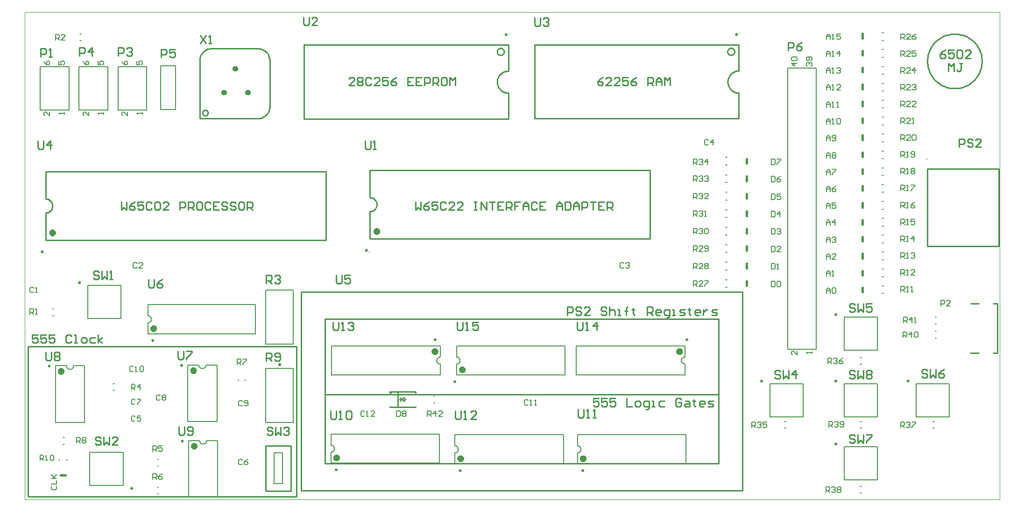
<source format=gto>
%FSTAX23Y23*%
%MOIN*%
%SFA1B1*%

%IPPOS*%
%ADD10C,0.010000*%
%ADD11C,0.020000*%
%ADD12C,0.009840*%
%ADD13C,0.023620*%
%ADD14C,0.007870*%
%ADD15C,0.015750*%
%ADD16C,0.005000*%
%ADD17C,0.008000*%
%ADD18C,0.006000*%
%ADD19C,0.002360*%
%ADD20C,0.004720*%
%ADD21C,0.002700*%
%LN6502_carrier-1*%
%LPD*%
G54D10*
X0302Y03835D02*
D01*
X03019Y03836*
X03019Y03837*
X03019Y03839*
X03019Y0384*
X03018Y03841*
X03018Y03843*
X03017Y03844*
X03016Y03845*
X03016Y03846*
X03015Y03847*
X03014Y03848*
X03013Y03849*
X03012Y0385*
X03011Y03851*
X0301Y03852*
X03008Y03852*
X03007Y03853*
X03006Y03854*
X03004Y03854*
X03003Y03854*
X03002Y03854*
X03Y03854*
X02999*
X02997Y03854*
X02996Y03854*
X02995Y03854*
X02993Y03854*
X02992Y03853*
X02991Y03852*
X0299Y03852*
X02988Y03851*
X02987Y0385*
X02986Y03849*
X02985Y03848*
X02984Y03847*
X02983Y03846*
X02983Y03845*
X02982Y03844*
X02981Y03843*
X02981Y03841*
X0298Y0384*
X0298Y03839*
X0298Y03837*
X0298Y03836*
X0298Y03835*
X0298Y03833*
X0298Y03832*
X0298Y0383*
X0298Y03829*
X02981Y03828*
X02981Y03826*
X02982Y03825*
X02983Y03824*
X02983Y03823*
X02984Y03822*
X02985Y03821*
X02986Y0382*
X02987Y03819*
X02988Y03818*
X0299Y03817*
X02991Y03817*
X02992Y03816*
X02993Y03815*
X02995Y03815*
X02996Y03815*
X02997Y03815*
X02999Y03815*
X03*
X03002Y03815*
X03003Y03815*
X03004Y03815*
X03006Y03815*
X03007Y03816*
X03008Y03817*
X0301Y03817*
X03011Y03818*
X03012Y03819*
X03013Y0382*
X03014Y03821*
X03015Y03822*
X03016Y03823*
X03016Y03824*
X03017Y03825*
X03018Y03826*
X03018Y03828*
X03019Y03829*
X03019Y0383*
X03019Y03832*
X03019Y03833*
X0302Y03835*
X0338Y03795D02*
D01*
X03385Y03795*
X03391Y03796*
X03397Y03798*
X03403Y03799*
X03409Y03802*
X03414Y03804*
X03419Y03807*
X03424Y03811*
X03429Y03814*
X03433Y03818*
X03437Y03823*
X03441Y03827*
X03445Y03832*
X03448Y03837*
X03451Y03842*
X03453Y03848*
X03455Y03854*
X03457Y03859*
X03458Y03865*
X03459Y03871*
X0346Y03875*
Y04215D02*
D01*
X03459Y0422*
X03458Y04226*
X03456Y04232*
X03455Y04238*
X03452Y04244*
X0345Y04249*
X03447Y04254*
X03443Y04259*
X0344Y04264*
X03436Y04268*
X03431Y04272*
X03427Y04276*
X03422Y0428*
X03417Y04283*
X03412Y04286*
X03406Y04288*
X034Y0429*
X03395Y04292*
X03389Y04293*
X03383Y04294*
X0338Y04295*
X0304D02*
D01*
X03034Y04294*
X03028Y04293*
X03022Y04291*
X03016Y0429*
X0301Y04287*
X03005Y04285*
X03Y04282*
X02995Y04278*
X0299Y04275*
X02986Y04271*
X02982Y04266*
X02978Y04262*
X02974Y04257*
X02971Y04252*
X02968Y04247*
X02966Y04241*
X02964Y04235*
X02962Y0423*
X02961Y04224*
X0296Y04218*
X0296Y04215*
X08544Y04205D02*
D01*
X08544Y04218*
X08542Y04232*
X0854Y04245*
X08537Y04258*
X08532Y04271*
X08527Y04284*
X08521Y04296*
X08515Y04308*
X08507Y04319*
X08499Y0433*
X0849Y0434*
X0848Y04349*
X08469Y04358*
X08458Y04366*
X08447Y04373*
X08435Y0438*
X08422Y04385*
X0841Y0439*
X08397Y04393*
X08383Y04396*
X0837Y04398*
X08356Y04399*
X08343*
X08329Y04398*
X08316Y04396*
X08302Y04393*
X08289Y0439*
X08277Y04385*
X08264Y0438*
X08252Y04373*
X08241Y04366*
X0823Y04358*
X08219Y04349*
X08209Y0434*
X082Y0433*
X08192Y04319*
X08184Y04308*
X08178Y04296*
X08172Y04284*
X08167Y04271*
X08162Y04258*
X08159Y04245*
X08157Y04232*
X08155Y04218*
X08155Y04205*
X08155Y04191*
X08157Y04177*
X08159Y04164*
X08162Y04151*
X08167Y04138*
X08172Y04125*
X08178Y04113*
X08184Y04101*
X08192Y0409*
X082Y04079*
X08209Y04069*
X08219Y0406*
X0823Y04051*
X08241Y04043*
X08252Y04036*
X08264Y04029*
X08277Y04024*
X08289Y04019*
X08302Y04016*
X08316Y04013*
X08329Y04011*
X08343Y0401*
X08356*
X0837Y04011*
X08383Y04013*
X08397Y04016*
X0841Y04019*
X08422Y04024*
X08435Y04029*
X08447Y04036*
X08458Y04043*
X08469Y04051*
X0848Y0406*
X0849Y04069*
X08499Y04079*
X08507Y0409*
X08515Y04101*
X08521Y04113*
X08527Y04125*
X08532Y04138*
X08537Y04151*
X0854Y04164*
X08542Y04177*
X08544Y04191*
X08544Y04205*
X06778Y04273D02*
D01*
X06778Y04275*
X06777Y04277*
X06777Y04278*
X06777Y0428*
X06776Y04282*
X06776Y04283*
X06775Y04285*
X06774Y04286*
X06773Y04288*
X06772Y04289*
X06771Y0429*
X06769Y04292*
X06768Y04293*
X06767Y04294*
X06765Y04295*
X06764Y04296*
X06762Y04296*
X0676Y04297*
X06759Y04297*
X06757Y04298*
X06755Y04298*
X06754Y04298*
X06752*
X0675Y04298*
X06748Y04298*
X06747Y04297*
X06745Y04297*
X06743Y04296*
X06742Y04296*
X0674Y04295*
X06739Y04294*
X06737Y04293*
X06736Y04292*
X06735Y0429*
X06734Y04289*
X06733Y04288*
X06732Y04286*
X06731Y04285*
X0673Y04283*
X06729Y04282*
X06729Y0428*
X06728Y04278*
X06728Y04277*
X06728Y04275*
X06728Y04273*
X06728Y04271*
X06728Y0427*
X06728Y04268*
X06729Y04266*
X06729Y04264*
X0673Y04263*
X06731Y04261*
X06732Y0426*
X06733Y04258*
X06734Y04257*
X06735Y04256*
X06736Y04254*
X06737Y04253*
X06739Y04252*
X0674Y04251*
X06742Y04251*
X06743Y0425*
X06745Y04249*
X06747Y04249*
X06748Y04248*
X0675Y04248*
X06752Y04248*
X06754*
X06755Y04248*
X06757Y04248*
X06759Y04249*
X0676Y04249*
X06762Y0425*
X06764Y04251*
X06765Y04251*
X06767Y04252*
X06768Y04253*
X06769Y04254*
X06771Y04256*
X06772Y04257*
X06773Y04258*
X06774Y0426*
X06775Y04261*
X06776Y04263*
X06776Y04264*
X06777Y04266*
X06777Y04268*
X06777Y0427*
X06778Y04271*
X06778Y04273*
X06808Y04135D02*
D01*
X06802Y04135*
X06797Y04134*
X06791Y04134*
X06786Y04132*
X06781Y04131*
X06776Y04128*
X06771Y04126*
X06766Y04123*
X06762Y0412*
X06757Y04117*
X06753Y04113*
X06749Y04109*
X06746Y04105*
X06743Y04101*
X0674Y04096*
X06737Y04091*
X06735Y04086*
X06733Y04081*
X06731Y04076*
X0673Y0407*
X0673Y04065*
X06729Y04059*
Y04054*
X0673Y04048*
X0673Y04043*
X06731Y04037*
X06733Y04032*
X06735Y04027*
X06737Y04022*
X0674Y04017*
X06743Y04012*
X06746Y04008*
X06749Y04004*
X06753Y04*
X06757Y03996*
X06762Y03993*
X06766Y0399*
X06771Y03987*
X06776Y03985*
X06781Y03983*
X06786Y03981*
X06791Y03979*
X06797Y03979*
X06802Y03978*
X06808Y03978*
X05163Y04134D02*
D01*
X05157Y04134*
X05152Y04133*
X05146Y04133*
X05141Y04131*
X05136Y04129*
X05131Y04127*
X05126Y04125*
X05121Y04122*
X05117Y04119*
X05112Y04116*
X05108Y04112*
X05104Y04108*
X05101Y04104*
X05098Y041*
X05095Y04095*
X05092Y0409*
X0509Y04085*
X05088Y0408*
X05086Y04075*
X05085Y04069*
X05085Y04064*
X05084Y04058*
Y04053*
X05085Y04047*
X05085Y04042*
X05086Y04036*
X05088Y04031*
X0509Y04026*
X05092Y04021*
X05095Y04016*
X05098Y04011*
X05101Y04007*
X05104Y04003*
X05108Y03999*
X05112Y03995*
X05117Y03992*
X05121Y03989*
X05126Y03986*
X05131Y03984*
X05136Y03981*
X05141Y0398*
X05146Y03978*
X05152Y03978*
X05157Y03977*
X05163Y03977*
X05133Y04272D02*
D01*
X05133Y04274*
X05132Y04276*
X05132Y04277*
X05132Y04279*
X05131Y04281*
X05131Y04282*
X0513Y04284*
X05129Y04285*
X05128Y04287*
X05127Y04288*
X05126Y04289*
X05124Y04291*
X05123Y04292*
X05122Y04293*
X0512Y04294*
X05119Y04294*
X05117Y04295*
X05115Y04296*
X05114Y04296*
X05112Y04297*
X0511Y04297*
X05109Y04297*
X05107*
X05105Y04297*
X05103Y04297*
X05102Y04296*
X051Y04296*
X05098Y04295*
X05097Y04294*
X05095Y04294*
X05094Y04293*
X05092Y04292*
X05091Y04291*
X0509Y04289*
X05089Y04288*
X05088Y04287*
X05087Y04285*
X05086Y04284*
X05085Y04282*
X05084Y04281*
X05084Y04279*
X05083Y04277*
X05083Y04276*
X05083Y04274*
X05083Y04272*
X05083Y0427*
X05083Y04269*
X05083Y04267*
X05084Y04265*
X05084Y04263*
X05085Y04262*
X05086Y0426*
X05087Y04259*
X05088Y04257*
X05089Y04256*
X0509Y04255*
X05091Y04253*
X05092Y04252*
X05094Y04251*
X05095Y0425*
X05097Y0425*
X05098Y04249*
X051Y04248*
X05102Y04248*
X05103Y04247*
X05105Y04247*
X05107Y04247*
X05109*
X0511Y04247*
X05112Y04247*
X05114Y04248*
X05115Y04248*
X05117Y04249*
X05119Y0425*
X0512Y0425*
X05122Y04251*
X05123Y04252*
X05124Y04253*
X05126Y04255*
X05127Y04256*
X05128Y04257*
X05129Y04259*
X0513Y0426*
X05131Y04262*
X05131Y04263*
X05132Y04265*
X05132Y04267*
X05132Y04269*
X05133Y0427*
X05133Y04272*
X0186Y0312D02*
D01*
X01863Y0312*
X01866Y0312*
X0187Y03121*
X01873Y03121*
X01877Y03123*
X0188Y03124*
X01883Y03125*
X01886Y03127*
X01889Y03129*
X01892Y03131*
X01894Y03134*
X01897Y03136*
X01899Y03139*
X01901Y03142*
X01903Y03145*
X01904Y03148*
X01906Y03151*
X01907Y03154*
X01908Y03157*
X01909Y03161*
X01909Y03164*
X01909Y03168*
Y03171*
X01909Y03175*
X01909Y03178*
X01908Y03182*
X01907Y03185*
X01906Y03188*
X01904Y03191*
X01903Y03195*
X01901Y03197*
X01899Y032*
X01897Y03203*
X01894Y03205*
X01892Y03208*
X01889Y0321*
X01886Y03212*
X01883Y03214*
X0188Y03215*
X01877Y03217*
X01873Y03218*
X0187Y03218*
X01866Y03219*
X01863Y03219*
X0186Y0322*
X04175Y0313D02*
D01*
X04178Y0313*
X04181Y0313*
X04185Y03131*
X04188Y03131*
X04192Y03133*
X04195Y03134*
X04198Y03135*
X04201Y03137*
X04204Y03139*
X04207Y03141*
X04209Y03144*
X04212Y03146*
X04214Y03149*
X04216Y03152*
X04218Y03155*
X04219Y03158*
X04221Y03161*
X04222Y03164*
X04223Y03167*
X04224Y03171*
X04224Y03174*
X04224Y03178*
Y03181*
X04224Y03185*
X04224Y03188*
X04223Y03192*
X04222Y03195*
X04221Y03198*
X04219Y03201*
X04218Y03205*
X04216Y03207*
X04214Y0321*
X04212Y03213*
X04209Y03215*
X04207Y03218*
X04204Y0322*
X04201Y03222*
X04198Y03224*
X04195Y03225*
X04192Y03227*
X04188Y03228*
X04185Y03228*
X04181Y03229*
X04178Y03229*
X04175Y0323*
X01735Y0109D02*
X0365D01*
X01735Y02165D02*
X0365D01*
Y0109D02*
Y02165D01*
X01735Y0109D02*
Y02165D01*
X03856Y0182D02*
X06665D01*
X03856Y02363D02*
X06665D01*
Y0182D02*
Y02363D01*
X03856Y0182D02*
Y02363D01*
X0296Y03795D02*
Y04216D01*
X0346Y03869D02*
Y04215D01*
X0296Y03795D02*
X03381D01*
X03038Y04295D02*
X03381D01*
X03856Y01327D02*
X06664D01*
X03685Y02554D02*
X06835D01*
Y01136D02*
Y02554D01*
X03685Y01136D02*
X06835D01*
X03685D02*
Y02554D01*
X03856Y02363D02*
X06664D01*
Y01327D02*
Y02363D01*
X03856Y01327D02*
Y02363D01*
X06808Y04135D02*
Y04321D01*
Y03794D02*
Y03978D01*
X05351Y03794D02*
X06808D01*
X05351D02*
Y04321D01*
X06808*
X08465Y02472D02*
X08521D01*
X08623D02*
X08655D01*
X0846Y02118D02*
X08521D01*
X08623D02*
X08655D01*
Y02472*
X045Y0173D02*
Y01736D01*
Y01833D02*
Y0184D01*
X04319Y0173D02*
Y01736D01*
Y01833D02*
Y0184D01*
Y0173D02*
X045D01*
X04319Y0184D02*
X045D01*
X04374Y0173D02*
Y0184D01*
X08665Y02883D02*
Y03434D01*
X08153Y02883D02*
X08665D01*
X08153D02*
Y03434D01*
X08665*
X03706Y0432D02*
X05163D01*
X03706Y03793D02*
Y0432D01*
Y03793D02*
X05163D01*
Y03977*
Y04134D02*
Y0432D01*
X0186Y02925D02*
X0386D01*
X0186Y03415D02*
X0386D01*
X0186Y0322D02*
Y03415D01*
X0386Y02925D02*
Y03415D01*
X0186Y02925D02*
Y0312D01*
X04175Y02935D02*
X06175D01*
X04175Y03425D02*
X06175D01*
X04175Y0323D02*
Y03425D01*
X06175Y02935D02*
Y03425D01*
X04175Y02935D02*
Y0313D01*
X0343Y01456D02*
X0361D01*
X0343Y01294D02*
Y01454D01*
X0361Y01294D02*
Y01454D01*
X0343Y01133D02*
X0361D01*
Y01134D02*
Y01294D01*
X0343Y01134D02*
Y01294D01*
X08284Y04284D02*
X08264Y04274D01*
X08245Y04254*
Y04235*
X08255Y04225*
X08274*
X08284Y04235*
Y04244*
X08274Y04254*
X08245*
X08344Y04284D02*
X08304D01*
Y04254*
X08324Y04264*
X08334*
X08344Y04254*
Y04235*
X08334Y04225*
X08314*
X08304Y04235*
X08364Y04274D02*
X08374Y04284D01*
X08394*
X08404Y04274*
Y04235*
X08394Y04225*
X08374*
X08364Y04235*
Y04274*
X08464Y04225D02*
X08424D01*
X08464Y04264*
Y04274*
X08454Y04284*
X08434*
X08424Y04274*
X05839Y04089D02*
X05819Y04079D01*
X058Y04059*
Y0404*
X0581Y0403*
X05829*
X05839Y0404*
Y04049*
X05829Y04059*
X058*
X05899Y0403D02*
X05859D01*
X05899Y04069*
Y04079*
X05889Y04089*
X05869*
X05859Y04079*
X05959Y0403D02*
X05919D01*
X05959Y04069*
Y04079*
X05949Y04089*
X05929*
X05919Y04079*
X06019Y04089D02*
X05979D01*
Y04059*
X05999Y04069*
X06009*
X06019Y04059*
Y0404*
X06009Y0403*
X05989*
X05979Y0404*
X06079Y04089D02*
X06059Y04079D01*
X06039Y04059*
Y0404*
X06049Y0403*
X06069*
X06079Y0404*
Y04049*
X06069Y04059*
X06039*
X06159Y0403D02*
Y04089D01*
X06189*
X06199Y04079*
Y04059*
X06189Y04049*
X06159*
X06179D02*
X06199Y0403D01*
X06219D02*
Y04069D01*
X06239Y04089*
X06259Y04069*
Y0403*
Y04059*
X06219*
X06279Y0403D02*
Y04089D01*
X06299Y04069*
X06319Y04089*
Y0403*
X04064D02*
X04025D01*
X04064Y04069*
Y04079*
X04054Y04089*
X04035*
X04025Y04079*
X04084D02*
X04094Y04089D01*
X04114*
X04124Y04079*
Y04069*
X04114Y04059*
X04124Y04049*
Y0404*
X04114Y0403*
X04094*
X04084Y0404*
Y04049*
X04094Y04059*
X04084Y04069*
Y04079*
X04094Y04059D02*
X04114D01*
X04184Y04079D02*
X04174Y04089D01*
X04154*
X04144Y04079*
Y0404*
X04154Y0403*
X04174*
X04184Y0404*
X04244Y0403D02*
X04204D01*
X04244Y04069*
Y04079*
X04234Y04089*
X04214*
X04204Y04079*
X04304Y04089D02*
X04264D01*
Y04059*
X04284Y04069*
X04294*
X04304Y04059*
Y0404*
X04294Y0403*
X04274*
X04264Y0404*
X04364Y04089D02*
X04344Y04079D01*
X04324Y04059*
Y0404*
X04334Y0403*
X04354*
X04364Y0404*
Y04049*
X04354Y04059*
X04324*
X04484Y04089D02*
X04444D01*
Y0403*
X04484*
X04444Y04059D02*
X04464D01*
X04544Y04089D02*
X04504D01*
Y0403*
X04544*
X04504Y04059D02*
X04524D01*
X04564Y0403D02*
Y04089D01*
X04594*
X04604Y04079*
Y04059*
X04594Y04049*
X04564*
X04624Y0403D02*
Y04089D01*
X04654*
X04664Y04079*
Y04059*
X04654Y04049*
X04624*
X04644D02*
X04664Y0403D01*
X04714Y04089D02*
X04694D01*
X04684Y04079*
Y0404*
X04694Y0403*
X04714*
X04724Y0404*
Y04079*
X04714Y04089*
X04744Y0403D02*
Y04089D01*
X04764Y04069*
X04784Y04089*
Y0403*
X045Y03199D02*
Y0314D01*
X04519Y03159*
X04539Y0314*
Y03199*
X04599D02*
X04579Y03189D01*
X04559Y03169*
Y0315*
X04569Y0314*
X04589*
X04599Y0315*
Y03159*
X04589Y03169*
X04559*
X04659Y03199D02*
X04619D01*
Y03169*
X04639Y03179*
X04649*
X04659Y03169*
Y0315*
X04649Y0314*
X04629*
X04619Y0315*
X04719Y03189D02*
X04709Y03199D01*
X04689*
X04679Y03189*
Y0315*
X04689Y0314*
X04709*
X04719Y0315*
X04779Y0314D02*
X04739D01*
X04779Y03179*
Y03189*
X04769Y03199*
X04749*
X04739Y03189*
X04839Y0314D02*
X04799D01*
X04839Y03179*
Y03189*
X04829Y03199*
X04809*
X04799Y03189*
X04919Y03199D02*
X04939D01*
X04929*
Y0314*
X04919*
X04939*
X04969D02*
Y03199D01*
X05009Y0314*
Y03199*
X05029D02*
X05069D01*
X05049*
Y0314*
X05129Y03199D02*
X05089D01*
Y0314*
X05129*
X05089Y03169D02*
X05109D01*
X05149Y0314D02*
Y03199D01*
X05179*
X05189Y03189*
Y03169*
X05179Y03159*
X05149*
X05169D02*
X05189Y0314D01*
X05249Y03199D02*
X05209D01*
Y03169*
X05229*
X05209*
Y0314*
X05269D02*
Y03179D01*
X05289Y03199*
X05309Y03179*
Y0314*
Y03169*
X05269*
X05369Y03189D02*
X05359Y03199D01*
X05339*
X05329Y03189*
Y0315*
X05339Y0314*
X05359*
X05369Y0315*
X05429Y03199D02*
X05389D01*
Y0314*
X05429*
X05389Y03169D02*
X05409D01*
X05509Y0314D02*
Y03179D01*
X05529Y03199*
X05549Y03179*
Y0314*
Y03169*
X05509*
X05569Y03199D02*
Y0314D01*
X05599*
X05609Y0315*
Y03189*
X05599Y03199*
X05569*
X05629Y0314D02*
Y03179D01*
X05649Y03199*
X05669Y03179*
Y0314*
Y03169*
X05629*
X05689Y0314D02*
Y03199D01*
X05719*
X05729Y03189*
Y03169*
X05719Y03159*
X05689*
X05749Y03199D02*
X05789D01*
X05769*
Y0314*
X05849Y03199D02*
X05809D01*
Y0314*
X05849*
X05809Y03169D02*
X05829D01*
X05869Y0314D02*
Y03199D01*
X05899*
X05909Y03189*
Y03169*
X05899Y03159*
X05869*
X05889D02*
X05909Y0314D01*
X024Y03199D02*
Y0314D01*
X02419Y03159*
X02439Y0314*
Y03199*
X02499D02*
X02479Y03189D01*
X02459Y03169*
Y0315*
X02469Y0314*
X02489*
X02499Y0315*
Y03159*
X02489Y03169*
X02459*
X02559Y03199D02*
X02519D01*
Y03169*
X02539Y03179*
X02549*
X02559Y03169*
Y0315*
X02549Y0314*
X02529*
X02519Y0315*
X02619Y03189D02*
X02609Y03199D01*
X02589*
X02579Y03189*
Y0315*
X02589Y0314*
X02609*
X02619Y0315*
X02639Y03189D02*
X02649Y03199D01*
X02669*
X02679Y03189*
Y0315*
X02669Y0314*
X02649*
X02639Y0315*
Y03189*
X02739Y0314D02*
X02699D01*
X02739Y03179*
Y03189*
X02729Y03199*
X02709*
X02699Y03189*
X02819Y0314D02*
Y03199D01*
X02849*
X02859Y03189*
Y03169*
X02849Y03159*
X02819*
X02879Y0314D02*
Y03199D01*
X02909*
X02919Y03189*
Y03169*
X02909Y03159*
X02879*
X02899D02*
X02919Y0314D01*
X02969Y03199D02*
X02949D01*
X02939Y03189*
Y0315*
X02949Y0314*
X02969*
X02979Y0315*
Y03189*
X02969Y03199*
X03039Y03189D02*
X03029Y03199D01*
X03009*
X02999Y03189*
Y0315*
X03009Y0314*
X03029*
X03039Y0315*
X03099Y03199D02*
X03059D01*
Y0314*
X03099*
X03059Y03169D02*
X03079D01*
X03159Y03189D02*
X03149Y03199D01*
X03129*
X03119Y03189*
Y03179*
X03129Y03169*
X03149*
X03159Y03159*
Y0315*
X03149Y0314*
X03129*
X03119Y0315*
X03219Y03189D02*
X03209Y03199D01*
X03189*
X03179Y03189*
Y03179*
X03189Y03169*
X03209*
X03219Y03159*
Y0315*
X03209Y0314*
X03189*
X03179Y0315*
X03269Y03199D02*
X03249D01*
X03239Y03189*
Y0315*
X03249Y0314*
X03269*
X03279Y0315*
Y03189*
X03269Y03199*
X03299Y0314D02*
Y03199D01*
X03329*
X03339Y03189*
Y03169*
X03329Y03159*
X03299*
X03319D02*
X03339Y0314D01*
X05809Y01794D02*
X0577D01*
Y01764*
X05789Y01774*
X05799*
X05809Y01764*
Y01744*
X05799Y01734*
X0578*
X0577Y01744*
X05869Y01794D02*
X05829D01*
Y01764*
X05849Y01774*
X05859*
X05869Y01764*
Y01744*
X05859Y01734*
X05839*
X05829Y01744*
X05929Y01794D02*
X05889D01*
Y01764*
X05909Y01774*
X05919*
X05929Y01764*
Y01744*
X05919Y01734*
X05899*
X05889Y01744*
X06009Y01794D02*
Y01734D01*
X06049*
X06079D02*
X06099D01*
X06109Y01744*
Y01764*
X06099Y01774*
X06079*
X06069Y01764*
Y01744*
X06079Y01734*
X06149Y01715D02*
X06159D01*
X06169Y01725*
Y01774*
X06139*
X06129Y01764*
Y01744*
X06139Y01734*
X06169*
X06189D02*
X06209D01*
X06199*
Y01774*
X06189*
X06279D02*
X06249D01*
X06239Y01764*
Y01744*
X06249Y01734*
X06279*
X06399Y01784D02*
X06389Y01794D01*
X06369*
X06359Y01784*
Y01744*
X06369Y01734*
X06389*
X06399Y01744*
Y01764*
X06379*
X06429Y01774D02*
X06449D01*
X06459Y01764*
Y01734*
X06429*
X06419Y01744*
X06429Y01754*
X06459*
X06489Y01784D02*
Y01774D01*
X06479*
X06499*
X06489*
Y01744*
X06499Y01734*
X06559D02*
X06539D01*
X06529Y01744*
Y01764*
X06539Y01774*
X06559*
X06569Y01764*
Y01754*
X06529*
X06589Y01734D02*
X06619D01*
X06629Y01744*
X06619Y01754*
X06599*
X06589Y01764*
X06599Y01774*
X06629*
X05585Y02389D02*
Y02449D01*
X05614*
X05624Y02439*
Y02419*
X05614Y02409*
X05585*
X05684Y02439D02*
X05674Y02449D01*
X05654*
X05644Y02439*
Y02429*
X05654Y02419*
X05674*
X05684Y02409*
Y02399*
X05674Y02389*
X05654*
X05644Y02399*
X05744Y02389D02*
X05704D01*
X05744Y02429*
Y02439*
X05734Y02449*
X05714*
X05704Y02439*
X05864D02*
X05854Y02449D01*
X05834*
X05824Y02439*
Y02429*
X05834Y02419*
X05854*
X05864Y02409*
Y02399*
X05854Y02389*
X05834*
X05824Y02399*
X05884Y02449D02*
Y02389D01*
Y02419*
X05894Y02429*
X05914*
X05924Y02419*
Y02389*
X05944D02*
X05964D01*
X05954*
Y02429*
X05944*
X06004Y02389D02*
Y02439D01*
Y02419*
X05994*
X06014*
X06004*
Y02439*
X06014Y02449*
X06054Y02439D02*
Y02429D01*
X06044*
X06064*
X06054*
Y02399*
X06064Y02389*
X06154D02*
Y02449D01*
X06184*
X06194Y02439*
Y02419*
X06184Y02409*
X06154*
X06174D02*
X06194Y02389D01*
X06244D02*
X06224D01*
X06214Y02399*
Y02419*
X06224Y02429*
X06244*
X06254Y02419*
Y02409*
X06214*
X06294Y0237D02*
X06304D01*
X06314Y0238*
Y02429*
X06284*
X06274Y02419*
Y02399*
X06284Y02389*
X06314*
X06334D02*
X06354D01*
X06344*
Y02429*
X06334*
X06384Y02389D02*
X06414D01*
X06424Y02399*
X06414Y02409*
X06394*
X06384Y02419*
X06394Y02429*
X06424*
X06454Y02439D02*
Y02429D01*
X06444*
X06464*
X06454*
Y02399*
X06464Y02389*
X06524D02*
X06504D01*
X06494Y02399*
Y02419*
X06504Y02429*
X06524*
X06534Y02419*
Y02409*
X06494*
X06554Y02429D02*
Y02389D01*
Y02409*
X06564Y02419*
X06574Y02429*
X06584*
X06614Y02389D02*
X06644D01*
X06654Y02399*
X06644Y02409*
X06624*
X06614Y02419*
X06624Y02429*
X06654*
X01804Y02249D02*
X01765D01*
Y02219*
X01784Y02229*
X01794*
X01804Y02219*
Y022*
X01794Y0219*
X01775*
X01765Y022*
X01864Y02249D02*
X01824D01*
Y02219*
X01844Y02229*
X01854*
X01864Y02219*
Y022*
X01854Y0219*
X01834*
X01824Y022*
X01924Y02249D02*
X01884D01*
Y02219*
X01904Y02229*
X01914*
X01924Y02219*
Y022*
X01914Y0219*
X01894*
X01884Y022*
X02044Y02239D02*
X02034Y02249D01*
X02014*
X02004Y02239*
Y022*
X02014Y0219*
X02034*
X02044Y022*
X02064Y0219D02*
X02084D01*
X02074*
Y02249*
X02064*
X02124Y0219D02*
X02144D01*
X02154Y022*
Y02219*
X02144Y02229*
X02124*
X02114Y02219*
Y022*
X02124Y0219*
X02214Y02229D02*
X02184D01*
X02174Y02219*
Y022*
X02184Y0219*
X02214*
X02234D02*
Y02249D01*
Y02209D02*
X02264Y02229D01*
X02234Y02209D02*
X02264Y0219D01*
X08305Y0413D02*
Y04189D01*
X08324Y04169*
X08344Y04189*
Y0413*
X08404Y04189D02*
X08384D01*
X08394*
Y0414*
X08384Y0413*
X08374*
X08364Y0414*
X02965Y04389D02*
X03004Y0433D01*
Y04389D02*
X02965Y0433D01*
X03024D02*
X03044D01*
X03034*
Y04389*
X03024Y04379*
X03935Y02674D02*
Y02625D01*
X03945Y02615*
X03965*
X03975Y02625*
Y02674*
X04034D02*
X03995D01*
Y02645*
X04014Y02655*
X04024*
X04034Y02645*
Y02625*
X04024Y02615*
X04004*
X03995Y02625*
X04797Y02339D02*
Y0229D01*
X04807Y0228*
X04827*
X04837Y0229*
Y02339*
X04857Y0228D02*
X04877D01*
X04867*
Y02339*
X04857Y02329*
X04947Y02339D02*
X04907D01*
Y0231*
X04927Y0232*
X04937*
X04947Y0231*
Y0229*
X04937Y0228*
X04917*
X04907Y0229*
X05655Y02339D02*
Y0229D01*
X05665Y0228*
X05685*
X05695Y0229*
Y02339*
X05715Y0228D02*
X05735D01*
X05725*
Y02339*
X05715Y02329*
X05795Y0228D02*
Y02339D01*
X05765Y0231*
X05805*
X0391Y02339D02*
Y0229D01*
X0392Y0228*
X0394*
X0395Y0229*
Y02339*
X0397Y0228D02*
X0399D01*
X0398*
Y02339*
X0397Y02329*
X04019D02*
X04029Y02339D01*
X04049*
X04059Y02329*
Y0232*
X04049Y0231*
X04039*
X04049*
X04059Y023*
Y0229*
X04049Y0228*
X04029*
X04019Y0229*
X0838Y0359D02*
Y03649D01*
X0841*
X0842Y03639*
Y0362*
X0841Y0361*
X0838*
X08479Y03639D02*
X0847Y03649D01*
X0845*
X0844Y03639*
Y0363*
X0845Y0362*
X0847*
X08479Y0361*
Y036*
X0847Y0359*
X0845*
X0844Y036*
X08539Y0359D02*
X08499D01*
X08539Y0363*
Y03639*
X08529Y03649*
X08509*
X08499Y03639*
X0716Y0428D02*
Y04339D01*
X0719*
X072Y04329*
Y0431*
X0719Y043*
X0716*
X07259Y04339D02*
X07239Y04329D01*
X0722Y0431*
Y0429*
X07229Y0428*
X07249*
X07259Y0429*
Y043*
X07249Y0431*
X0722*
X02685Y0423D02*
Y04289D01*
X02715*
X02725Y04279*
Y0426*
X02715Y0425*
X02685*
X02784Y04289D02*
X02745D01*
Y0426*
X02764Y0427*
X02774*
X02784Y0426*
Y0424*
X02774Y0423*
X02754*
X02745Y0424*
X02101Y0424D02*
Y043D01*
X0213*
X0214Y0429*
Y0427*
X0213Y0426*
X02101*
X0219Y0424D02*
Y043D01*
X0216Y0427*
X022*
X02378Y0424D02*
Y043D01*
X02408*
X02418Y0429*
Y0427*
X02408Y0426*
X02378*
X02438Y0429D02*
X02448Y043D01*
X02468*
X02478Y0429*
Y0428*
X02468Y0427*
X02458*
X02468*
X02478Y0426*
Y0425*
X02468Y0424*
X02448*
X02438Y0425*
X07639Y01984D02*
X07629Y01994D01*
X07609*
X07599Y01984*
Y01975*
X07609Y01965*
X07629*
X07639Y01955*
Y01945*
X07629Y01935*
X07609*
X07599Y01945*
X07659Y01994D02*
Y01935D01*
X07679Y01955*
X07699Y01935*
Y01994*
X07719Y01984D02*
X07729Y01994D01*
X07749*
X07759Y01984*
Y01975*
X07749Y01965*
X07759Y01955*
Y01945*
X07749Y01935*
X07729*
X07719Y01945*
Y01955*
X07729Y01965*
X07719Y01975*
Y01984*
X07729Y01965D02*
X07749D01*
X07639Y01526D02*
X07629Y01536D01*
X07609*
X07599Y01526*
Y01516*
X07609Y01506*
X07629*
X07639Y01496*
Y01486*
X07629Y01476*
X07609*
X07599Y01486*
X07659Y01536D02*
Y01476D01*
X07679Y01496*
X07699Y01476*
Y01536*
X07719D02*
X07759D01*
Y01526*
X07719Y01486*
Y01476*
X08154Y01991D02*
X08144Y02001D01*
X08124*
X08114Y01991*
Y01981*
X08124Y01971*
X08144*
X08154Y01961*
Y01951*
X08144Y01941*
X08124*
X08114Y01951*
X08174Y02001D02*
Y01941D01*
X08194Y01961*
X08214Y01941*
Y02001*
X08274D02*
X08254Y01991D01*
X08234Y01971*
Y01951*
X08244Y01941*
X08264*
X08274Y01951*
Y01961*
X08264Y01971*
X08234*
X07639Y02461D02*
X07629Y02471D01*
X07609*
X07599Y02461*
Y02451*
X07609Y02441*
X07629*
X07639Y02431*
Y02421*
X07629Y02411*
X07609*
X07599Y02421*
X07659Y02471D02*
Y02411D01*
X07679Y02431*
X07699Y02411*
Y02471*
X07759D02*
X07719D01*
Y02441*
X07739Y02451*
X07749*
X07759Y02441*
Y02421*
X07749Y02411*
X07729*
X07719Y02421*
X07104Y01986D02*
X07094Y01996D01*
X07074*
X07064Y01986*
Y01976*
X07074Y01966*
X07094*
X07104Y01956*
Y01946*
X07094Y01936*
X07074*
X07064Y01946*
X07124Y01996D02*
Y01936D01*
X07144Y01956*
X07164Y01936*
Y01996*
X07214Y01936D02*
Y01996D01*
X07184Y01966*
X07224*
X01825Y04235D02*
Y04294D01*
X01855*
X01865Y04284*
Y04265*
X01855Y04255*
X01825*
X01884Y04235D02*
X01904D01*
X01894*
Y04294*
X01884Y04284*
X02595Y02644D02*
Y02595D01*
X02605Y02585*
X02625*
X02635Y02595*
Y02644*
X02694D02*
X02674Y02634D01*
X02655Y02615*
Y02595*
X02664Y02585*
X02684*
X02694Y02595*
Y02605*
X02684Y02615*
X02655*
X05351Y04516D02*
Y04466D01*
X05361Y04456*
X05381*
X05391Y04466*
Y04516*
X05411Y04506D02*
X05421Y04516D01*
X05441*
X05451Y04506*
Y04496*
X05441Y04486*
X05431*
X05441*
X05451Y04476*
Y04466*
X05441Y04456*
X05421*
X05411Y04466*
X01805Y03634D02*
Y03585D01*
X01815Y03575*
X01835*
X01845Y03585*
Y03634*
X01894Y03575D02*
Y03634D01*
X01865Y03605*
X01904*
X0414Y03634D02*
Y03585D01*
X0415Y03575*
X0417*
X0418Y03585*
Y03634*
X04199Y03575D02*
X04219D01*
X04209*
Y03634*
X04199Y03624*
X037Y04519D02*
Y0447D01*
X0371Y0446*
X0373*
X0374Y0447*
Y04519*
X03799Y0446D02*
X0376D01*
X03799Y045*
Y04509*
X03789Y04519*
X03769*
X0376Y04509*
X0566Y01714D02*
Y01665D01*
X0567Y01655*
X0569*
X057Y01665*
Y01714*
X0572Y01655D02*
X0574D01*
X0573*
Y01714*
X0572Y01704*
X05769Y01655D02*
X05789D01*
X05779*
Y01714*
X05769Y01704*
X01861Y02126D02*
Y02076D01*
X01871Y02066*
X01891*
X01901Y02076*
Y02126*
X01921Y02116D02*
X01931Y02126D01*
X01951*
X01961Y02116*
Y02106*
X01951Y02096*
X01961Y02086*
Y02076*
X01951Y02066*
X01931*
X01921Y02076*
Y02086*
X01931Y02096*
X01921Y02106*
Y02116*
X01931Y02096D02*
X01951D01*
X04785Y01704D02*
Y01655D01*
X04795Y01645*
X04815*
X04825Y01655*
Y01704*
X04845Y01645D02*
X04865D01*
X04855*
Y01704*
X04845Y01694*
X04934Y01645D02*
X04894D01*
X04934Y01685*
Y01694*
X04924Y01704*
X04904*
X04894Y01694*
X02806Y02131D02*
Y02081D01*
X02816Y02071*
X02836*
X02846Y02081*
Y02131*
X02866D02*
X02906D01*
Y02121*
X02866Y02081*
Y02071*
X02811Y01591D02*
Y01541D01*
X02821Y01531*
X02841*
X02851Y01541*
Y01591*
X02871Y01541D02*
X02881Y01531D01*
X02901*
X02911Y01541*
Y01581*
X02901Y01591*
X02881*
X02871Y01581*
Y01571*
X02881Y01561*
X02911*
X03895Y01704D02*
Y01655D01*
X03905Y01645*
X03925*
X03935Y01655*
Y01704*
X03955Y01645D02*
X03975D01*
X03965*
Y01704*
X03955Y01694*
X04004D02*
X04014Y01704D01*
X04034*
X04044Y01694*
Y01655*
X04034Y01645*
X04014*
X04004Y01655*
Y01694*
X0224Y02694D02*
X0223Y02704D01*
X0221*
X022Y02694*
Y02685*
X0221Y02675*
X0223*
X0224Y02665*
Y02655*
X0223Y02645*
X0221*
X022Y02655*
X0226Y02704D02*
Y02645D01*
X0228Y02665*
X02299Y02645*
Y02704*
X02319Y02645D02*
X02339D01*
X02329*
Y02704*
X02319Y02694*
X02255Y01509D02*
X02245Y01519D01*
X02225*
X02215Y01509*
Y015*
X02225Y0149*
X02245*
X02255Y0148*
Y0147*
X02245Y0146*
X02225*
X02215Y0147*
X02275Y01519D02*
Y0146D01*
X02295Y0148*
X02314Y0146*
Y01519*
X02374Y0146D02*
X02334D01*
X02374Y015*
Y01509*
X02364Y01519*
X02344*
X02334Y01509*
X0348Y01579D02*
X0347Y01589D01*
X0345*
X0344Y01579*
Y0157*
X0345Y0156*
X0347*
X0348Y0155*
Y0154*
X0347Y0153*
X0345*
X0344Y0154*
X035Y01589D02*
Y0153D01*
X0352Y0155*
X03539Y0153*
Y01589*
X03559Y01579D02*
X03569Y01589D01*
X03589*
X03599Y01579*
Y0157*
X03589Y0156*
X03579*
X03589*
X03599Y0155*
Y0154*
X03589Y0153*
X03569*
X03559Y0154*
X03435Y02615D02*
Y02674D01*
X03465*
X03475Y02664*
Y02645*
X03465Y02635*
X03435*
X03455D02*
X03475Y02615D01*
X03495Y02664D02*
X03504Y02674D01*
X03524*
X03534Y02664*
Y02655*
X03524Y02645*
X03514*
X03524*
X03534Y02635*
Y02625*
X03524Y02615*
X03504*
X03495Y02625*
X03435Y0206D02*
Y02119D01*
X03465*
X03475Y02109*
Y0209*
X03465Y0208*
X03435*
X03455D02*
X03475Y0206D01*
X03495Y0207D02*
X03504Y0206D01*
X03524*
X03534Y0207*
Y02109*
X03524Y02119*
X03504*
X03495Y02109*
Y021*
X03504Y0209*
X03534*
G54D11*
X03315Y0398D02*
D01*
X03314Y0398*
X03314Y03981*
X03314Y03982*
X03314Y03982*
X03314Y03983*
X03314Y03984*
X03313Y03984*
X03313Y03985*
X03313Y03985*
X03312Y03986*
X03312Y03986*
X03311Y03987*
X03311Y03987*
X0331Y03988*
X0331Y03988*
X03309Y03988*
X03308Y03989*
X03308Y03989*
X03307Y03989*
X03306Y03989*
X03306Y03989*
X03305Y03989*
X03304*
X03303Y03989*
X03303Y03989*
X03302Y03989*
X03301Y03989*
X03301Y03989*
X033Y03988*
X033Y03988*
X03299Y03988*
X03298Y03987*
X03298Y03987*
X03297Y03986*
X03297Y03986*
X03296Y03985*
X03296Y03985*
X03296Y03984*
X03295Y03984*
X03295Y03983*
X03295Y03982*
X03295Y03982*
X03295Y03981*
X03295Y0398*
X03295Y0398*
X03295Y03979*
X03295Y03978*
X03295Y03977*
X03295Y03977*
X03295Y03976*
X03295Y03975*
X03296Y03975*
X03296Y03974*
X03296Y03974*
X03297Y03973*
X03297Y03973*
X03298Y03972*
X03298Y03972*
X03299Y03971*
X033Y03971*
X033Y03971*
X03301Y0397*
X03301Y0397*
X03302Y0397*
X03303Y0397*
X03303Y0397*
X03304Y0397*
X03305*
X03306Y0397*
X03306Y0397*
X03307Y0397*
X03308Y0397*
X03308Y0397*
X03309Y03971*
X0331Y03971*
X0331Y03971*
X03311Y03972*
X03311Y03972*
X03312Y03973*
X03312Y03973*
X03313Y03974*
X03313Y03974*
X03313Y03975*
X03314Y03975*
X03314Y03976*
X03314Y03977*
X03314Y03977*
X03314Y03978*
X03314Y03979*
X03315Y0398*
X03145D02*
D01*
X03144Y0398*
X03144Y03981*
X03144Y03982*
X03144Y03982*
X03144Y03983*
X03144Y03984*
X03143Y03984*
X03143Y03985*
X03143Y03985*
X03142Y03986*
X03142Y03986*
X03141Y03987*
X03141Y03987*
X0314Y03988*
X0314Y03988*
X03139Y03988*
X03138Y03989*
X03138Y03989*
X03137Y03989*
X03136Y03989*
X03136Y03989*
X03135Y03989*
X03134*
X03133Y03989*
X03133Y03989*
X03132Y03989*
X03131Y03989*
X03131Y03989*
X0313Y03988*
X0313Y03988*
X03129Y03988*
X03128Y03987*
X03128Y03987*
X03127Y03986*
X03127Y03986*
X03126Y03985*
X03126Y03985*
X03126Y03984*
X03125Y03984*
X03125Y03983*
X03125Y03982*
X03125Y03982*
X03125Y03981*
X03125Y0398*
X03125Y0398*
X03125Y03979*
X03125Y03978*
X03125Y03977*
X03125Y03977*
X03125Y03976*
X03125Y03975*
X03126Y03975*
X03126Y03974*
X03126Y03974*
X03127Y03973*
X03127Y03973*
X03128Y03972*
X03128Y03972*
X03129Y03971*
X0313Y03971*
X0313Y03971*
X03131Y0397*
X03131Y0397*
X03132Y0397*
X03133Y0397*
X03133Y0397*
X03134Y0397*
X03135*
X03136Y0397*
X03136Y0397*
X03137Y0397*
X03138Y0397*
X03138Y0397*
X03139Y03971*
X0314Y03971*
X0314Y03971*
X03141Y03972*
X03141Y03972*
X03142Y03973*
X03142Y03973*
X03143Y03974*
X03143Y03974*
X03143Y03975*
X03144Y03975*
X03144Y03976*
X03144Y03977*
X03144Y03977*
X03144Y03978*
X03144Y03979*
X03145Y0398*
X03225Y0415D02*
D01*
X03224Y0415*
X03224Y04151*
X03224Y04152*
X03224Y04152*
X03224Y04153*
X03224Y04154*
X03223Y04154*
X03223Y04155*
X03223Y04155*
X03222Y04156*
X03222Y04156*
X03221Y04157*
X03221Y04157*
X0322Y04158*
X0322Y04158*
X03219Y04158*
X03218Y04159*
X03218Y04159*
X03217Y04159*
X03216Y04159*
X03216Y04159*
X03215Y04159*
X03214*
X03213Y04159*
X03213Y04159*
X03212Y04159*
X03211Y04159*
X03211Y04159*
X0321Y04158*
X0321Y04158*
X03209Y04158*
X03208Y04157*
X03208Y04157*
X03207Y04156*
X03207Y04156*
X03206Y04155*
X03206Y04155*
X03206Y04154*
X03205Y04154*
X03205Y04153*
X03205Y04152*
X03205Y04152*
X03205Y04151*
X03205Y0415*
X03205Y0415*
X03205Y04149*
X03205Y04148*
X03205Y04147*
X03205Y04147*
X03205Y04146*
X03205Y04145*
X03206Y04145*
X03206Y04144*
X03206Y04144*
X03207Y04143*
X03207Y04143*
X03208Y04142*
X03208Y04142*
X03209Y04141*
X0321Y04141*
X0321Y04141*
X03211Y0414*
X03211Y0414*
X03212Y0414*
X03213Y0414*
X03213Y0414*
X03214Y0414*
X03215*
X03216Y0414*
X03216Y0414*
X03217Y0414*
X03218Y0414*
X03218Y0414*
X03219Y04141*
X0322Y04141*
X0322Y04141*
X03221Y04142*
X03221Y04142*
X03222Y04143*
X03222Y04143*
X03223Y04144*
X03223Y04144*
X03223Y04145*
X03224Y04145*
X03224Y04146*
X03224Y04147*
X03224Y04147*
X03224Y04148*
X03224Y04149*
X03225Y0415*
G54D12*
X06796Y04396D02*
D01*
X06796Y04396*
X06796Y04397*
X06795Y04397*
X06795Y04397*
X06795Y04398*
X06795Y04398*
X06795Y04398*
X06795Y04399*
X06795Y04399*
X06794Y04399*
X06794Y04399*
X06794Y044*
X06794Y044*
X06793Y044*
X06793Y044*
X06793Y044*
X06793Y04401*
X06792Y04401*
X06792Y04401*
X06792Y04401*
X06791Y04401*
X06791Y04401*
X06791*
X0679Y04401*
X0679Y04401*
X06789Y04401*
X06789Y04401*
X06789Y04401*
X06789Y044*
X06788Y044*
X06788Y044*
X06788Y044*
X06787Y044*
X06787Y04399*
X06787Y04399*
X06787Y04399*
X06787Y04399*
X06786Y04398*
X06786Y04398*
X06786Y04398*
X06786Y04397*
X06786Y04397*
X06786Y04397*
X06786Y04396*
X06786Y04396*
X06786Y04396*
X06786Y04395*
X06786Y04395*
X06786Y04395*
X06786Y04394*
X06786Y04394*
X06786Y04394*
X06787Y04393*
X06787Y04393*
X06787Y04393*
X06787Y04393*
X06787Y04392*
X06788Y04392*
X06788Y04392*
X06788Y04392*
X06789Y04392*
X06789Y04391*
X06789Y04391*
X06789Y04391*
X0679Y04391*
X0679Y04391*
X06791Y04391*
X06791*
X06791Y04391*
X06792Y04391*
X06792Y04391*
X06792Y04391*
X06793Y04391*
X06793Y04392*
X06793Y04392*
X06793Y04392*
X06794Y04392*
X06794Y04392*
X06794Y04393*
X06794Y04393*
X06795Y04393*
X06795Y04393*
X06795Y04394*
X06795Y04394*
X06795Y04394*
X06795Y04395*
X06795Y04395*
X06796Y04395*
X06796Y04396*
X06796Y04396*
X07505Y01919D02*
D01*
X07505Y01919*
X07505Y0192*
X07505Y0192*
X07505Y0192*
X07505Y01921*
X07504Y01921*
X07504Y01921*
X07504Y01922*
X07504Y01922*
X07504Y01922*
X07503Y01922*
X07503Y01923*
X07503Y01923*
X07503Y01923*
X07502Y01923*
X07502Y01923*
X07502Y01924*
X07501Y01924*
X07501Y01924*
X07501Y01924*
X075Y01924*
X075Y01924*
X075*
X07499Y01924*
X07499Y01924*
X07499Y01924*
X07498Y01924*
X07498Y01924*
X07498Y01923*
X07497Y01923*
X07497Y01923*
X07497Y01923*
X07497Y01923*
X07496Y01922*
X07496Y01922*
X07496Y01922*
X07496Y01922*
X07496Y01921*
X07495Y01921*
X07495Y01921*
X07495Y0192*
X07495Y0192*
X07495Y0192*
X07495Y01919*
X07495Y01919*
X07495Y01919*
X07495Y01918*
X07495Y01918*
X07495Y01918*
X07495Y01917*
X07495Y01917*
X07496Y01917*
X07496Y01916*
X07496Y01916*
X07496Y01916*
X07496Y01916*
X07497Y01915*
X07497Y01915*
X07497Y01915*
X07497Y01915*
X07498Y01915*
X07498Y01915*
X07498Y01914*
X07499Y01914*
X07499Y01914*
X07499Y01914*
X075Y01914*
X075*
X075Y01914*
X07501Y01914*
X07501Y01914*
X07501Y01914*
X07502Y01915*
X07502Y01915*
X07502Y01915*
X07503Y01915*
X07503Y01915*
X07503Y01915*
X07503Y01916*
X07504Y01916*
X07504Y01916*
X07504Y01916*
X07504Y01917*
X07504Y01917*
X07505Y01917*
X07505Y01918*
X07505Y01918*
X07505Y01918*
X07505Y01919*
X07505Y01919*
Y01469D02*
D01*
X07505Y01469*
X07505Y0147*
X07505Y0147*
X07505Y0147*
X07505Y01471*
X07504Y01471*
X07504Y01471*
X07504Y01472*
X07504Y01472*
X07504Y01472*
X07503Y01472*
X07503Y01473*
X07503Y01473*
X07503Y01473*
X07502Y01473*
X07502Y01473*
X07502Y01474*
X07501Y01474*
X07501Y01474*
X07501Y01474*
X075Y01474*
X075Y01474*
X075*
X07499Y01474*
X07499Y01474*
X07499Y01474*
X07498Y01474*
X07498Y01474*
X07498Y01473*
X07497Y01473*
X07497Y01473*
X07497Y01473*
X07497Y01473*
X07496Y01472*
X07496Y01472*
X07496Y01472*
X07496Y01472*
X07496Y01471*
X07495Y01471*
X07495Y01471*
X07495Y0147*
X07495Y0147*
X07495Y0147*
X07495Y01469*
X07495Y01469*
X07495Y01469*
X07495Y01468*
X07495Y01468*
X07495Y01468*
X07495Y01467*
X07495Y01467*
X07496Y01467*
X07496Y01466*
X07496Y01466*
X07496Y01466*
X07496Y01466*
X07497Y01465*
X07497Y01465*
X07497Y01465*
X07497Y01465*
X07498Y01465*
X07498Y01465*
X07498Y01464*
X07499Y01464*
X07499Y01464*
X07499Y01464*
X075Y01464*
X075*
X075Y01464*
X07501Y01464*
X07501Y01464*
X07501Y01464*
X07502Y01465*
X07502Y01465*
X07502Y01465*
X07503Y01465*
X07503Y01465*
X07503Y01465*
X07503Y01466*
X07504Y01466*
X07504Y01466*
X07504Y01466*
X07504Y01467*
X07504Y01467*
X07505Y01467*
X07505Y01468*
X07505Y01468*
X07505Y01468*
X07505Y01469*
X07505Y01469*
X0802Y01919D02*
D01*
X0802Y01919*
X0802Y0192*
X0802Y0192*
X0802Y0192*
X0802Y01921*
X08019Y01921*
X08019Y01921*
X08019Y01922*
X08019Y01922*
X08019Y01922*
X08018Y01922*
X08018Y01923*
X08018Y01923*
X08018Y01923*
X08017Y01923*
X08017Y01923*
X08017Y01924*
X08016Y01924*
X08016Y01924*
X08016Y01924*
X08015Y01924*
X08015Y01924*
X08015*
X08014Y01924*
X08014Y01924*
X08014Y01924*
X08013Y01924*
X08013Y01924*
X08013Y01923*
X08012Y01923*
X08012Y01923*
X08012Y01923*
X08012Y01923*
X08011Y01922*
X08011Y01922*
X08011Y01922*
X08011Y01922*
X08011Y01921*
X0801Y01921*
X0801Y01921*
X0801Y0192*
X0801Y0192*
X0801Y0192*
X0801Y01919*
X0801Y01919*
X0801Y01919*
X0801Y01918*
X0801Y01918*
X0801Y01918*
X0801Y01917*
X0801Y01917*
X08011Y01917*
X08011Y01916*
X08011Y01916*
X08011Y01916*
X08011Y01916*
X08012Y01915*
X08012Y01915*
X08012Y01915*
X08012Y01915*
X08013Y01915*
X08013Y01915*
X08013Y01914*
X08014Y01914*
X08014Y01914*
X08014Y01914*
X08015Y01914*
X08015*
X08015Y01914*
X08016Y01914*
X08016Y01914*
X08016Y01914*
X08017Y01915*
X08017Y01915*
X08017Y01915*
X08018Y01915*
X08018Y01915*
X08018Y01915*
X08018Y01916*
X08019Y01916*
X08019Y01916*
X08019Y01916*
X08019Y01917*
X08019Y01917*
X0802Y01917*
X0802Y01918*
X0802Y01918*
X0802Y01918*
X0802Y01919*
X0802Y01919*
X07505Y02394D02*
D01*
X07505Y02394*
X07505Y02395*
X07505Y02395*
X07505Y02395*
X07505Y02396*
X07504Y02396*
X07504Y02396*
X07504Y02397*
X07504Y02397*
X07504Y02397*
X07503Y02397*
X07503Y02398*
X07503Y02398*
X07503Y02398*
X07502Y02398*
X07502Y02398*
X07502Y02399*
X07501Y02399*
X07501Y02399*
X07501Y02399*
X075Y02399*
X075Y02399*
X075*
X07499Y02399*
X07499Y02399*
X07499Y02399*
X07498Y02399*
X07498Y02399*
X07498Y02398*
X07497Y02398*
X07497Y02398*
X07497Y02398*
X07497Y02398*
X07496Y02397*
X07496Y02397*
X07496Y02397*
X07496Y02397*
X07496Y02396*
X07495Y02396*
X07495Y02396*
X07495Y02395*
X07495Y02395*
X07495Y02395*
X07495Y02394*
X07495Y02394*
X07495Y02394*
X07495Y02393*
X07495Y02393*
X07495Y02393*
X07495Y02392*
X07495Y02392*
X07496Y02392*
X07496Y02391*
X07496Y02391*
X07496Y02391*
X07496Y02391*
X07497Y0239*
X07497Y0239*
X07497Y0239*
X07497Y0239*
X07498Y0239*
X07498Y0239*
X07498Y02389*
X07499Y02389*
X07499Y02389*
X07499Y02389*
X075Y02389*
X075*
X075Y02389*
X07501Y02389*
X07501Y02389*
X07501Y02389*
X07502Y0239*
X07502Y0239*
X07502Y0239*
X07503Y0239*
X07503Y0239*
X07503Y0239*
X07503Y02391*
X07504Y02391*
X07504Y02391*
X07504Y02391*
X07504Y02392*
X07504Y02392*
X07505Y02392*
X07505Y02393*
X07505Y02393*
X07505Y02393*
X07505Y02394*
X07505Y02394*
X06975Y01919D02*
D01*
X06975Y01919*
X06975Y0192*
X06975Y0192*
X06975Y0192*
X06975Y01921*
X06974Y01921*
X06974Y01921*
X06974Y01922*
X06974Y01922*
X06974Y01922*
X06973Y01922*
X06973Y01923*
X06973Y01923*
X06973Y01923*
X06972Y01923*
X06972Y01923*
X06972Y01924*
X06971Y01924*
X06971Y01924*
X06971Y01924*
X0697Y01924*
X0697Y01924*
X0697*
X06969Y01924*
X06969Y01924*
X06969Y01924*
X06968Y01924*
X06968Y01924*
X06968Y01923*
X06967Y01923*
X06967Y01923*
X06967Y01923*
X06967Y01923*
X06966Y01922*
X06966Y01922*
X06966Y01922*
X06966Y01922*
X06966Y01921*
X06965Y01921*
X06965Y01921*
X06965Y0192*
X06965Y0192*
X06965Y0192*
X06965Y01919*
X06965Y01919*
X06965Y01919*
X06965Y01918*
X06965Y01918*
X06965Y01918*
X06965Y01917*
X06965Y01917*
X06966Y01917*
X06966Y01916*
X06966Y01916*
X06966Y01916*
X06966Y01916*
X06967Y01915*
X06967Y01915*
X06967Y01915*
X06967Y01915*
X06968Y01915*
X06968Y01915*
X06968Y01914*
X06969Y01914*
X06969Y01914*
X06969Y01914*
X0697Y01914*
X0697*
X0697Y01914*
X06971Y01914*
X06971Y01914*
X06971Y01914*
X06972Y01915*
X06972Y01915*
X06972Y01915*
X06973Y01915*
X06973Y01915*
X06973Y01915*
X06973Y01916*
X06974Y01916*
X06974Y01916*
X06974Y01916*
X06974Y01917*
X06974Y01917*
X06975Y01917*
X06975Y01918*
X06975Y01918*
X06975Y01918*
X06975Y01919*
X06975Y01919*
X04785Y01915D02*
D01*
X04785Y01915*
X04785Y01915*
X04785Y01916*
X04785Y01916*
X04785Y01916*
X04785Y01917*
X04785Y01917*
X04785Y01917*
X04784Y01917*
X04784Y01918*
X04784Y01918*
X04784Y01918*
X04783Y01918*
X04783Y01919*
X04783Y01919*
X04783Y01919*
X04782Y01919*
X04782Y01919*
X04782Y01919*
X04781Y01919*
X04781Y01919*
X04781Y01919*
X0478*
X0478Y01919*
X0478Y01919*
X04779Y01919*
X04779Y01919*
X04779Y01919*
X04778Y01919*
X04778Y01919*
X04778Y01919*
X04777Y01918*
X04777Y01918*
X04777Y01918*
X04777Y01918*
X04776Y01917*
X04776Y01917*
X04776Y01917*
X04776Y01917*
X04776Y01916*
X04776Y01916*
X04776Y01916*
X04776Y01915*
X04776Y01915*
X04776Y01915*
X04776Y01914*
X04776Y01914*
X04776Y01913*
X04776Y01913*
X04776Y01913*
X04776Y01912*
X04776Y01912*
X04776Y01912*
X04776Y01912*
X04777Y01911*
X04777Y01911*
X04777Y01911*
X04777Y01911*
X04778Y0191*
X04778Y0191*
X04778Y0191*
X04779Y0191*
X04779Y0191*
X04779Y0191*
X0478Y0191*
X0478Y0191*
X0478Y0191*
X04781*
X04781Y0191*
X04781Y0191*
X04782Y0191*
X04782Y0191*
X04782Y0191*
X04783Y0191*
X04783Y0191*
X04783Y0191*
X04783Y01911*
X04784Y01911*
X04784Y01911*
X04784Y01911*
X04784Y01912*
X04785Y01912*
X04785Y01912*
X04785Y01912*
X04785Y01913*
X04785Y01913*
X04785Y01913*
X04785Y01914*
X04785Y01914*
X04785Y01915*
X06441Y02215D02*
D01*
X06441Y02215*
X06441Y02215*
X06441Y02216*
X06441Y02216*
X06441Y02216*
X06441Y02217*
X06441Y02217*
X06441Y02217*
X0644Y02217*
X0644Y02218*
X0644Y02218*
X0644Y02218*
X06439Y02218*
X06439Y02219*
X06439Y02219*
X06439Y02219*
X06438Y02219*
X06438Y02219*
X06438Y02219*
X06437Y02219*
X06437Y02219*
X06437Y02219*
X06436*
X06436Y02219*
X06436Y02219*
X06435Y02219*
X06435Y02219*
X06435Y02219*
X06434Y02219*
X06434Y02219*
X06434Y02219*
X06433Y02218*
X06433Y02218*
X06433Y02218*
X06433Y02218*
X06432Y02217*
X06432Y02217*
X06432Y02217*
X06432Y02217*
X06432Y02216*
X06432Y02216*
X06432Y02216*
X06432Y02215*
X06431Y02215*
X06431Y02215*
X06431Y02214*
X06432Y02214*
X06432Y02213*
X06432Y02213*
X06432Y02213*
X06432Y02212*
X06432Y02212*
X06432Y02212*
X06432Y02212*
X06433Y02211*
X06433Y02211*
X06433Y02211*
X06433Y02211*
X06434Y0221*
X06434Y0221*
X06434Y0221*
X06435Y0221*
X06435Y0221*
X06435Y0221*
X06436Y0221*
X06436Y0221*
X06436Y0221*
X06437*
X06437Y0221*
X06437Y0221*
X06438Y0221*
X06438Y0221*
X06438Y0221*
X06439Y0221*
X06439Y0221*
X06439Y0221*
X06439Y02211*
X0644Y02211*
X0644Y02211*
X0644Y02211*
X0644Y02212*
X06441Y02212*
X06441Y02212*
X06441Y02212*
X06441Y02213*
X06441Y02213*
X06441Y02213*
X06441Y02214*
X06441Y02214*
X06441Y02215*
X04646D02*
D01*
X04646Y02215*
X04646Y02215*
X04645Y02216*
X04645Y02216*
X04645Y02216*
X04645Y02217*
X04645Y02217*
X04645Y02217*
X04645Y02217*
X04644Y02218*
X04644Y02218*
X04644Y02218*
X04644Y02218*
X04643Y02219*
X04643Y02219*
X04643Y02219*
X04643Y02219*
X04642Y02219*
X04642Y02219*
X04642Y02219*
X04641Y02219*
X04641Y02219*
X04641*
X0464Y02219*
X0464Y02219*
X04639Y02219*
X04639Y02219*
X04639Y02219*
X04639Y02219*
X04638Y02219*
X04638Y02219*
X04638Y02218*
X04637Y02218*
X04637Y02218*
X04637Y02218*
X04637Y02217*
X04637Y02217*
X04636Y02217*
X04636Y02217*
X04636Y02216*
X04636Y02216*
X04636Y02216*
X04636Y02215*
X04636Y02215*
X04636Y02215*
X04636Y02214*
X04636Y02214*
X04636Y02213*
X04636Y02213*
X04636Y02213*
X04636Y02212*
X04636Y02212*
X04637Y02212*
X04637Y02212*
X04637Y02211*
X04637Y02211*
X04637Y02211*
X04638Y02211*
X04638Y0221*
X04638Y0221*
X04639Y0221*
X04639Y0221*
X04639Y0221*
X04639Y0221*
X0464Y0221*
X0464Y0221*
X04641Y0221*
X04641*
X04641Y0221*
X04642Y0221*
X04642Y0221*
X04642Y0221*
X04643Y0221*
X04643Y0221*
X04643Y0221*
X04643Y0221*
X04644Y02211*
X04644Y02211*
X04644Y02211*
X04644Y02211*
X04645Y02212*
X04645Y02212*
X04645Y02212*
X04645Y02212*
X04645Y02213*
X04645Y02213*
X04645Y02213*
X04646Y02214*
X04646Y02214*
X04646Y02215*
X05151Y04395D02*
D01*
X05151Y04395*
X05151Y04396*
X0515Y04396*
X0515Y04396*
X0515Y04397*
X0515Y04397*
X0515Y04397*
X0515Y04398*
X0515Y04398*
X05149Y04398*
X05149Y04398*
X05149Y04399*
X05149Y04399*
X05148Y04399*
X05148Y04399*
X05148Y04399*
X05148Y044*
X05147Y044*
X05147Y044*
X05147Y044*
X05146Y044*
X05146Y044*
X05146*
X05145Y044*
X05145Y044*
X05144Y044*
X05144Y044*
X05144Y044*
X05144Y04399*
X05143Y04399*
X05143Y04399*
X05143Y04399*
X05142Y04399*
X05142Y04398*
X05142Y04398*
X05142Y04398*
X05142Y04398*
X05141Y04397*
X05141Y04397*
X05141Y04397*
X05141Y04396*
X05141Y04396*
X05141Y04396*
X05141Y04395*
X05141Y04395*
X05141Y04395*
X05141Y04394*
X05141Y04394*
X05141Y04394*
X05141Y04393*
X05141Y04393*
X05141Y04393*
X05142Y04392*
X05142Y04392*
X05142Y04392*
X05142Y04392*
X05142Y04391*
X05143Y04391*
X05143Y04391*
X05143Y04391*
X05144Y04391*
X05144Y0439*
X05144Y0439*
X05144Y0439*
X05145Y0439*
X05145Y0439*
X05146Y0439*
X05146*
X05146Y0439*
X05147Y0439*
X05147Y0439*
X05147Y0439*
X05148Y0439*
X05148Y04391*
X05148Y04391*
X05148Y04391*
X05149Y04391*
X05149Y04391*
X05149Y04392*
X05149Y04392*
X0515Y04392*
X0515Y04392*
X0515Y04393*
X0515Y04393*
X0515Y04393*
X0515Y04394*
X0515Y04394*
X05151Y04394*
X05151Y04395*
X05151Y04395*
X01838Y02843D02*
D01*
X01838Y02843*
X01838Y02844*
X01838Y02844*
X01838Y02844*
X01838Y02845*
X01838Y02845*
X01838Y02845*
X01837Y02845*
X01837Y02846*
X01837Y02846*
X01837Y02846*
X01837Y02847*
X01836Y02847*
X01836Y02847*
X01836Y02847*
X01835Y02847*
X01835Y02847*
X01835Y02848*
X01835Y02848*
X01834Y02848*
X01834Y02848*
X01833Y02848*
X01833*
X01833Y02848*
X01832Y02848*
X01832Y02848*
X01832Y02848*
X01831Y02847*
X01831Y02847*
X01831Y02847*
X01831Y02847*
X0183Y02847*
X0183Y02847*
X0183Y02846*
X0183Y02846*
X01829Y02846*
X01829Y02845*
X01829Y02845*
X01829Y02845*
X01829Y02845*
X01829Y02844*
X01829Y02844*
X01828Y02844*
X01828Y02843*
X01828Y02843*
X01828Y02843*
X01828Y02842*
X01829Y02842*
X01829Y02842*
X01829Y02841*
X01829Y02841*
X01829Y02841*
X01829Y0284*
X01829Y0284*
X0183Y0284*
X0183Y02839*
X0183Y02839*
X0183Y02839*
X01831Y02839*
X01831Y02839*
X01831Y02838*
X01831Y02838*
X01832Y02838*
X01832Y02838*
X01832Y02838*
X01833Y02838*
X01833Y02838*
X01833*
X01834Y02838*
X01834Y02838*
X01835Y02838*
X01835Y02838*
X01835Y02838*
X01835Y02838*
X01836Y02839*
X01836Y02839*
X01836Y02839*
X01837Y02839*
X01837Y02839*
X01837Y0284*
X01837Y0284*
X01837Y0284*
X01838Y02841*
X01838Y02841*
X01838Y02841*
X01838Y02842*
X01838Y02842*
X01838Y02842*
X01838Y02843*
X01838Y02843*
X04153Y02853D02*
D01*
X04153Y02853*
X04153Y02854*
X04153Y02854*
X04153Y02854*
X04153Y02855*
X04153Y02855*
X04153Y02855*
X04152Y02855*
X04152Y02856*
X04152Y02856*
X04152Y02856*
X04152Y02857*
X04151Y02857*
X04151Y02857*
X04151Y02857*
X0415Y02857*
X0415Y02857*
X0415Y02858*
X0415Y02858*
X04149Y02858*
X04149Y02858*
X04148Y02858*
X04148*
X04148Y02858*
X04147Y02858*
X04147Y02858*
X04147Y02858*
X04146Y02857*
X04146Y02857*
X04146Y02857*
X04146Y02857*
X04145Y02857*
X04145Y02857*
X04145Y02856*
X04145Y02856*
X04144Y02856*
X04144Y02855*
X04144Y02855*
X04144Y02855*
X04144Y02855*
X04144Y02854*
X04144Y02854*
X04143Y02854*
X04143Y02853*
X04143Y02853*
X04143Y02853*
X04143Y02852*
X04144Y02852*
X04144Y02852*
X04144Y02851*
X04144Y02851*
X04144Y02851*
X04144Y0285*
X04144Y0285*
X04145Y0285*
X04145Y02849*
X04145Y02849*
X04145Y02849*
X04146Y02849*
X04146Y02849*
X04146Y02848*
X04146Y02848*
X04147Y02848*
X04147Y02848*
X04147Y02848*
X04148Y02848*
X04148Y02848*
X04148*
X04149Y02848*
X04149Y02848*
X0415Y02848*
X0415Y02848*
X0415Y02848*
X0415Y02848*
X04151Y02849*
X04151Y02849*
X04151Y02849*
X04152Y02849*
X04152Y02849*
X04152Y0285*
X04152Y0285*
X04152Y0285*
X04153Y02851*
X04153Y02851*
X04153Y02851*
X04153Y02852*
X04153Y02852*
X04153Y02852*
X04153Y02853*
X04153Y02853*
X05698Y0128D02*
D01*
X05698Y0128*
X05698Y0128*
X05698Y01281*
X05698Y01281*
X05698Y01281*
X05698Y01282*
X05698Y01282*
X05697Y01282*
X05697Y01282*
X05697Y01283*
X05697Y01283*
X05697Y01283*
X05696Y01283*
X05696Y01284*
X05696Y01284*
X05695Y01284*
X05695Y01284*
X05695Y01284*
X05695Y01284*
X05694Y01284*
X05694Y01284*
X05693Y01284*
X05693*
X05693Y01284*
X05692Y01284*
X05692Y01284*
X05692Y01284*
X05691Y01284*
X05691Y01284*
X05691Y01284*
X05691Y01284*
X0569Y01283*
X0569Y01283*
X0569Y01283*
X0569Y01283*
X05689Y01282*
X05689Y01282*
X05689Y01282*
X05689Y01282*
X05689Y01281*
X05689Y01281*
X05689Y01281*
X05688Y0128*
X05688Y0128*
X05688Y0128*
X05688Y01279*
X05688Y01279*
X05689Y01278*
X05689Y01278*
X05689Y01278*
X05689Y01277*
X05689Y01277*
X05689Y01277*
X05689Y01277*
X0569Y01276*
X0569Y01276*
X0569Y01276*
X0569Y01276*
X05691Y01275*
X05691Y01275*
X05691Y01275*
X05691Y01275*
X05692Y01275*
X05692Y01275*
X05692Y01275*
X05693Y01275*
X05693Y01275*
X05693*
X05694Y01275*
X05694Y01275*
X05695Y01275*
X05695Y01275*
X05695Y01275*
X05695Y01275*
X05696Y01275*
X05696Y01275*
X05696Y01276*
X05697Y01276*
X05697Y01276*
X05697Y01276*
X05697Y01277*
X05697Y01277*
X05698Y01277*
X05698Y01277*
X05698Y01278*
X05698Y01278*
X05698Y01278*
X05698Y01279*
X05698Y01279*
X05698Y0128*
X04823D02*
D01*
X04823Y0128*
X04823Y0128*
X04823Y01281*
X04823Y01281*
X04823Y01281*
X04823Y01282*
X04823Y01282*
X04822Y01282*
X04822Y01282*
X04822Y01283*
X04822Y01283*
X04822Y01283*
X04821Y01283*
X04821Y01284*
X04821Y01284*
X0482Y01284*
X0482Y01284*
X0482Y01284*
X0482Y01284*
X04819Y01284*
X04819Y01284*
X04818Y01284*
X04818*
X04818Y01284*
X04817Y01284*
X04817Y01284*
X04817Y01284*
X04816Y01284*
X04816Y01284*
X04816Y01284*
X04816Y01284*
X04815Y01283*
X04815Y01283*
X04815Y01283*
X04815Y01283*
X04814Y01282*
X04814Y01282*
X04814Y01282*
X04814Y01282*
X04814Y01281*
X04814Y01281*
X04814Y01281*
X04813Y0128*
X04813Y0128*
X04813Y0128*
X04813Y01279*
X04813Y01279*
X04814Y01278*
X04814Y01278*
X04814Y01278*
X04814Y01277*
X04814Y01277*
X04814Y01277*
X04814Y01277*
X04815Y01276*
X04815Y01276*
X04815Y01276*
X04815Y01276*
X04816Y01275*
X04816Y01275*
X04816Y01275*
X04816Y01275*
X04817Y01275*
X04817Y01275*
X04817Y01275*
X04818Y01275*
X04818Y01275*
X04818*
X04819Y01275*
X04819Y01275*
X0482Y01275*
X0482Y01275*
X0482Y01275*
X0482Y01275*
X04821Y01275*
X04821Y01275*
X04821Y01276*
X04822Y01276*
X04822Y01276*
X04822Y01276*
X04822Y01277*
X04822Y01277*
X04823Y01277*
X04823Y01277*
X04823Y01278*
X04823Y01278*
X04823Y01278*
X04823Y01279*
X04823Y01279*
X04823Y0128*
X03938Y01285D02*
D01*
X03938Y01285*
X03938Y01285*
X03938Y01286*
X03938Y01286*
X03938Y01286*
X03938Y01287*
X03938Y01287*
X03937Y01287*
X03937Y01287*
X03937Y01288*
X03937Y01288*
X03937Y01288*
X03936Y01288*
X03936Y01289*
X03936Y01289*
X03935Y01289*
X03935Y01289*
X03935Y01289*
X03935Y01289*
X03934Y01289*
X03934Y01289*
X03933Y01289*
X03933*
X03933Y01289*
X03932Y01289*
X03932Y01289*
X03932Y01289*
X03931Y01289*
X03931Y01289*
X03931Y01289*
X03931Y01289*
X0393Y01288*
X0393Y01288*
X0393Y01288*
X0393Y01288*
X03929Y01287*
X03929Y01287*
X03929Y01287*
X03929Y01287*
X03929Y01286*
X03929Y01286*
X03929Y01286*
X03928Y01285*
X03928Y01285*
X03928Y01285*
X03928Y01284*
X03928Y01284*
X03929Y01283*
X03929Y01283*
X03929Y01283*
X03929Y01282*
X03929Y01282*
X03929Y01282*
X03929Y01282*
X0393Y01281*
X0393Y01281*
X0393Y01281*
X0393Y01281*
X03931Y0128*
X03931Y0128*
X03931Y0128*
X03931Y0128*
X03932Y0128*
X03932Y0128*
X03932Y0128*
X03933Y0128*
X03933Y0128*
X03933*
X03934Y0128*
X03934Y0128*
X03935Y0128*
X03935Y0128*
X03935Y0128*
X03935Y0128*
X03936Y0128*
X03936Y0128*
X03936Y01281*
X03937Y01281*
X03937Y01281*
X03937Y01281*
X03937Y01282*
X03937Y01282*
X03938Y01282*
X03938Y01282*
X03938Y01283*
X03938Y01283*
X03938Y01283*
X03938Y01284*
X03938Y01284*
X03938Y01285*
X02479Y01152D02*
D01*
X02479Y01152*
X02479Y01152*
X02478Y01153*
X02478Y01153*
X02478Y01153*
X02478Y01154*
X02478Y01154*
X02478Y01154*
X02478Y01155*
X02477Y01155*
X02477Y01155*
X02477Y01155*
X02477Y01156*
X02476Y01156*
X02476Y01156*
X02476Y01156*
X02475Y01156*
X02475Y01156*
X02475Y01156*
X02474Y01157*
X02474Y01157*
X02474Y01157*
X02473*
X02473Y01157*
X02473Y01157*
X02472Y01156*
X02472Y01156*
X02472Y01156*
X02471Y01156*
X02471Y01156*
X02471Y01156*
X02471Y01156*
X0247Y01155*
X0247Y01155*
X0247Y01155*
X0247Y01155*
X02469Y01154*
X02469Y01154*
X02469Y01154*
X02469Y01153*
X02469Y01153*
X02469Y01153*
X02469Y01152*
X02469Y01152*
X02469Y01152*
X02469Y01151*
X02469Y01151*
X02469Y01151*
X02469Y0115*
X02469Y0115*
X02469Y0115*
X02469Y01149*
X02469Y01149*
X0247Y01149*
X0247Y01149*
X0247Y01148*
X0247Y01148*
X02471Y01148*
X02471Y01148*
X02471Y01147*
X02471Y01147*
X02472Y01147*
X02472Y01147*
X02472Y01147*
X02473Y01147*
X02473Y01147*
X02473Y01147*
X02474*
X02474Y01147*
X02474Y01147*
X02475Y01147*
X02475Y01147*
X02475Y01147*
X02476Y01147*
X02476Y01147*
X02476Y01148*
X02477Y01148*
X02477Y01148*
X02477Y01148*
X02477Y01149*
X02478Y01149*
X02478Y01149*
X02478Y01149*
X02478Y0115*
X02478Y0115*
X02478Y0115*
X02478Y01151*
X02479Y01151*
X02479Y01151*
X02479Y01152*
X02839Y01491D02*
D01*
X02839Y01491*
X02839Y01491*
X02839Y01492*
X02839Y01492*
X02839Y01492*
X02839Y01493*
X02839Y01493*
X02839Y01493*
X02838Y01494*
X02838Y01494*
X02838Y01494*
X02838Y01494*
X02838Y01495*
X02837Y01495*
X02837Y01495*
X02837Y01495*
X02836Y01495*
X02836Y01495*
X02836Y01495*
X02835Y01496*
X02835Y01496*
X02835Y01496*
X02834*
X02834Y01496*
X02834Y01496*
X02833Y01495*
X02833Y01495*
X02833Y01495*
X02832Y01495*
X02832Y01495*
X02832Y01495*
X02831Y01495*
X02831Y01494*
X02831Y01494*
X02831Y01494*
X02831Y01494*
X0283Y01493*
X0283Y01493*
X0283Y01493*
X0283Y01492*
X0283Y01492*
X0283Y01492*
X0283Y01491*
X0283Y01491*
X0283Y01491*
X0283Y0149*
X0283Y0149*
X0283Y0149*
X0283Y01489*
X0283Y01489*
X0283Y01489*
X0283Y01488*
X0283Y01488*
X02831Y01488*
X02831Y01488*
X02831Y01487*
X02831Y01487*
X02831Y01487*
X02832Y01487*
X02832Y01486*
X02832Y01486*
X02833Y01486*
X02833Y01486*
X02833Y01486*
X02834Y01486*
X02834Y01486*
X02834Y01486*
X02835*
X02835Y01486*
X02835Y01486*
X02836Y01486*
X02836Y01486*
X02836Y01486*
X02837Y01486*
X02837Y01486*
X02837Y01487*
X02838Y01487*
X02838Y01487*
X02838Y01487*
X02838Y01488*
X02838Y01488*
X02839Y01488*
X02839Y01488*
X02839Y01489*
X02839Y01489*
X02839Y01489*
X02839Y0149*
X02839Y0149*
X02839Y0149*
X02839Y01491*
X01889Y02026D02*
D01*
X01889Y02026*
X01889Y02026*
X01889Y02027*
X01889Y02027*
X01889Y02027*
X01889Y02028*
X01889Y02028*
X01889Y02028*
X01888Y02029*
X01888Y02029*
X01888Y02029*
X01888Y02029*
X01888Y0203*
X01887Y0203*
X01887Y0203*
X01887Y0203*
X01886Y0203*
X01886Y0203*
X01886Y0203*
X01885Y02031*
X01885Y02031*
X01885Y02031*
X01884*
X01884Y02031*
X01884Y02031*
X01883Y0203*
X01883Y0203*
X01883Y0203*
X01882Y0203*
X01882Y0203*
X01882Y0203*
X01881Y0203*
X01881Y02029*
X01881Y02029*
X01881Y02029*
X01881Y02029*
X0188Y02028*
X0188Y02028*
X0188Y02028*
X0188Y02027*
X0188Y02027*
X0188Y02027*
X0188Y02026*
X0188Y02026*
X0188Y02026*
X0188Y02025*
X0188Y02025*
X0188Y02025*
X0188Y02024*
X0188Y02024*
X0188Y02024*
X0188Y02023*
X0188Y02023*
X01881Y02023*
X01881Y02023*
X01881Y02022*
X01881Y02022*
X01881Y02022*
X01882Y02022*
X01882Y02021*
X01882Y02021*
X01883Y02021*
X01883Y02021*
X01883Y02021*
X01884Y02021*
X01884Y02021*
X01884Y02021*
X01885*
X01885Y02021*
X01885Y02021*
X01886Y02021*
X01886Y02021*
X01886Y02021*
X01887Y02021*
X01887Y02021*
X01887Y02022*
X01888Y02022*
X01888Y02022*
X01888Y02022*
X01888Y02023*
X01888Y02023*
X01889Y02023*
X01889Y02023*
X01889Y02024*
X01889Y02024*
X01889Y02024*
X01889Y02025*
X01889Y02025*
X01889Y02025*
X01889Y02026*
X02834Y02031D02*
D01*
X02834Y02031*
X02834Y02031*
X02834Y02032*
X02834Y02032*
X02834Y02032*
X02834Y02033*
X02834Y02033*
X02834Y02033*
X02833Y02034*
X02833Y02034*
X02833Y02034*
X02833Y02034*
X02833Y02035*
X02832Y02035*
X02832Y02035*
X02832Y02035*
X02831Y02035*
X02831Y02035*
X02831Y02035*
X0283Y02036*
X0283Y02036*
X0283Y02036*
X02829*
X02829Y02036*
X02829Y02036*
X02828Y02035*
X02828Y02035*
X02828Y02035*
X02827Y02035*
X02827Y02035*
X02827Y02035*
X02826Y02035*
X02826Y02034*
X02826Y02034*
X02826Y02034*
X02826Y02034*
X02825Y02033*
X02825Y02033*
X02825Y02033*
X02825Y02032*
X02825Y02032*
X02825Y02032*
X02825Y02031*
X02825Y02031*
X02825Y02031*
X02825Y0203*
X02825Y0203*
X02825Y0203*
X02825Y02029*
X02825Y02029*
X02825Y02029*
X02825Y02028*
X02825Y02028*
X02826Y02028*
X02826Y02028*
X02826Y02027*
X02826Y02027*
X02826Y02027*
X02827Y02027*
X02827Y02026*
X02827Y02026*
X02828Y02026*
X02828Y02026*
X02828Y02026*
X02829Y02026*
X02829Y02026*
X02829Y02026*
X0283*
X0283Y02026*
X0283Y02026*
X02831Y02026*
X02831Y02026*
X02831Y02026*
X02832Y02026*
X02832Y02026*
X02832Y02027*
X02833Y02027*
X02833Y02027*
X02833Y02027*
X02833Y02028*
X02833Y02028*
X02834Y02028*
X02834Y02028*
X02834Y02029*
X02834Y02029*
X02834Y02029*
X02834Y0203*
X02834Y0203*
X02834Y0203*
X02834Y02031*
X03535Y02037D02*
D01*
X03535Y02037*
X03535Y02038*
X03535Y02038*
X03534Y02038*
X03534Y02039*
X03534Y02039*
X03534Y02039*
X03534Y0204*
X03534Y0204*
X03533Y0204*
X03533Y0204*
X03533Y02041*
X03533Y02041*
X03532Y02041*
X03532Y02041*
X03532Y02041*
X03532Y02042*
X03531Y02042*
X03531Y02042*
X03531Y02042*
X0353Y02042*
X0353Y02042*
X0353*
X03529Y02042*
X03529Y02042*
X03529Y02042*
X03528Y02042*
X03528Y02042*
X03528Y02041*
X03527Y02041*
X03527Y02041*
X03527Y02041*
X03526Y02041*
X03526Y0204*
X03526Y0204*
X03526Y0204*
X03526Y0204*
X03525Y02039*
X03525Y02039*
X03525Y02039*
X03525Y02038*
X03525Y02038*
X03525Y02038*
X03525Y02037*
X03525Y02037*
X03525Y02037*
X03525Y02036*
X03525Y02036*
X03525Y02036*
X03525Y02035*
X03525Y02035*
X03525Y02035*
X03526Y02034*
X03526Y02034*
X03526Y02034*
X03526Y02034*
X03526Y02033*
X03527Y02033*
X03527Y02033*
X03527Y02033*
X03528Y02033*
X03528Y02032*
X03528Y02032*
X03529Y02032*
X03529Y02032*
X03529Y02032*
X0353Y02032*
X0353*
X0353Y02032*
X03531Y02032*
X03531Y02032*
X03531Y02032*
X03532Y02032*
X03532Y02033*
X03532Y02033*
X03532Y02033*
X03533Y02033*
X03533Y02033*
X03533Y02034*
X03533Y02034*
X03534Y02034*
X03534Y02034*
X03534Y02035*
X03534Y02035*
X03534Y02035*
X03534Y02036*
X03535Y02036*
X03535Y02036*
X03535Y02037*
X03535Y02037*
X02628Y0221D02*
D01*
X02628Y0221*
X02628Y0221*
X02628Y02211*
X02628Y02211*
X02628Y02211*
X02628Y02212*
X02628Y02212*
X02627Y02212*
X02627Y02212*
X02627Y02213*
X02627Y02213*
X02627Y02213*
X02626Y02213*
X02626Y02214*
X02626Y02214*
X02625Y02214*
X02625Y02214*
X02625Y02214*
X02625Y02214*
X02624Y02214*
X02624Y02214*
X02623Y02214*
X02623*
X02623Y02214*
X02622Y02214*
X02622Y02214*
X02622Y02214*
X02621Y02214*
X02621Y02214*
X02621Y02214*
X02621Y02214*
X0262Y02213*
X0262Y02213*
X0262Y02213*
X0262Y02213*
X02619Y02212*
X02619Y02212*
X02619Y02212*
X02619Y02212*
X02619Y02211*
X02619Y02211*
X02619Y02211*
X02618Y0221*
X02618Y0221*
X02618Y0221*
X02618Y02209*
X02618Y02209*
X02619Y02208*
X02619Y02208*
X02619Y02208*
X02619Y02207*
X02619Y02207*
X02619Y02207*
X02619Y02207*
X0262Y02206*
X0262Y02206*
X0262Y02206*
X0262Y02206*
X02621Y02205*
X02621Y02205*
X02621Y02205*
X02621Y02205*
X02622Y02205*
X02622Y02205*
X02622Y02205*
X02623Y02205*
X02623Y02205*
X02623*
X02624Y02205*
X02624Y02205*
X02625Y02205*
X02625Y02205*
X02625Y02205*
X02625Y02205*
X02626Y02205*
X02626Y02205*
X02626Y02206*
X02627Y02206*
X02627Y02206*
X02627Y02206*
X02627Y02207*
X02627Y02207*
X02628Y02207*
X02628Y02207*
X02628Y02208*
X02628Y02208*
X02628Y02208*
X02628Y02209*
X02628Y02209*
X02628Y0221*
X02105Y02622D02*
D01*
X02105Y02623*
X02105Y02623*
X02105Y02623*
X02105Y02624*
X02105Y02624*
X02105Y02624*
X02105Y02625*
X02105Y02625*
X02104Y02625*
X02104Y02625*
X02104Y02626*
X02104Y02626*
X02103Y02626*
X02103Y02626*
X02103Y02627*
X02103Y02627*
X02102Y02627*
X02102Y02627*
X02102Y02627*
X02101Y02627*
X02101Y02627*
X02101Y02627*
X021*
X021Y02627*
X021Y02627*
X02099Y02627*
X02099Y02627*
X02099Y02627*
X02098Y02627*
X02098Y02627*
X02098Y02626*
X02097Y02626*
X02097Y02626*
X02097Y02626*
X02097Y02625*
X02096Y02625*
X02096Y02625*
X02096Y02625*
X02096Y02624*
X02096Y02624*
X02096Y02624*
X02096Y02623*
X02095Y02623*
X02095Y02623*
X02095Y02622*
X02095Y02622*
X02095Y02622*
X02096Y02621*
X02096Y02621*
X02096Y02621*
X02096Y0262*
X02096Y0262*
X02096Y0262*
X02096Y02619*
X02097Y02619*
X02097Y02619*
X02097Y02619*
X02097Y02618*
X02098Y02618*
X02098Y02618*
X02098Y02618*
X02099Y02618*
X02099Y02618*
X02099Y02618*
X021Y02617*
X021Y02617*
X021Y02617*
X02101*
X02101Y02617*
X02101Y02617*
X02102Y02618*
X02102Y02618*
X02102Y02618*
X02103Y02618*
X02103Y02618*
X02103Y02618*
X02103Y02618*
X02104Y02619*
X02104Y02619*
X02104Y02619*
X02104Y02619*
X02105Y0262*
X02105Y0262*
X02105Y0262*
X02105Y02621*
X02105Y02621*
X02105Y02621*
X02105Y02622*
X02105Y02622*
X02105Y02622*
G54D13*
X04845Y02D02*
D01*
X04845Y02*
X04845Y02001*
X04845Y02002*
X04845Y02003*
X04844Y02004*
X04844Y02004*
X04844Y02005*
X04843Y02006*
X04843Y02006*
X04842Y02007*
X04842Y02008*
X04841Y02008*
X0484Y02009*
X0484Y02009*
X04839Y0201*
X04838Y0201*
X04838Y0201*
X04837Y02011*
X04836Y02011*
X04835Y02011*
X04834Y02011*
X04834Y02011*
X04833*
X04832Y02011*
X04831Y02011*
X0483Y02011*
X0483Y02011*
X04829Y0201*
X04828Y0201*
X04827Y0201*
X04827Y02009*
X04826Y02009*
X04825Y02008*
X04825Y02008*
X04824Y02007*
X04824Y02006*
X04823Y02006*
X04823Y02005*
X04822Y02004*
X04822Y02004*
X04822Y02003*
X04822Y02002*
X04822Y02001*
X04821Y02*
X04821Y02*
X04821Y01999*
X04822Y01998*
X04822Y01997*
X04822Y01996*
X04822Y01996*
X04822Y01995*
X04823Y01994*
X04823Y01993*
X04824Y01993*
X04824Y01992*
X04825Y01991*
X04825Y01991*
X04826Y0199*
X04827Y0199*
X04827Y01989*
X04828Y01989*
X04829Y01989*
X0483Y01988*
X0483Y01988*
X04831Y01988*
X04832Y01988*
X04833Y01988*
X04834*
X04834Y01988*
X04835Y01988*
X04836Y01988*
X04837Y01988*
X04838Y01989*
X04838Y01989*
X04839Y01989*
X0484Y0199*
X0484Y0199*
X04841Y01991*
X04842Y01991*
X04842Y01992*
X04843Y01993*
X04843Y01993*
X04844Y01994*
X04844Y01995*
X04844Y01996*
X04845Y01996*
X04845Y01997*
X04845Y01998*
X04845Y01999*
X04845Y02*
X06395Y02129D02*
D01*
X06395Y0213*
X06395Y02131*
X06395Y02132*
X06395Y02133*
X06395Y02133*
X06394Y02134*
X06394Y02135*
X06394Y02136*
X06393Y02136*
X06393Y02137*
X06392Y02138*
X06392Y02138*
X06391Y02139*
X0639Y02139*
X0639Y0214*
X06389Y0214*
X06388Y0214*
X06387Y02141*
X06386Y02141*
X06386Y02141*
X06385Y02141*
X06384Y02141*
X06383*
X06382Y02141*
X06382Y02141*
X06381Y02141*
X0638Y02141*
X06379Y0214*
X06378Y0214*
X06378Y0214*
X06377Y02139*
X06376Y02139*
X06376Y02138*
X06375Y02138*
X06375Y02137*
X06374Y02136*
X06374Y02136*
X06373Y02135*
X06373Y02134*
X06373Y02133*
X06372Y02133*
X06372Y02132*
X06372Y02131*
X06372Y0213*
X06372Y02129*
X06372Y02129*
X06372Y02128*
X06372Y02127*
X06372Y02126*
X06373Y02125*
X06373Y02125*
X06373Y02124*
X06374Y02123*
X06374Y02123*
X06375Y02122*
X06375Y02121*
X06376Y02121*
X06376Y0212*
X06377Y0212*
X06378Y02119*
X06378Y02119*
X06379Y02119*
X0638Y02118*
X06381Y02118*
X06382Y02118*
X06382Y02118*
X06383Y02118*
X06384*
X06385Y02118*
X06386Y02118*
X06386Y02118*
X06387Y02118*
X06388Y02119*
X06389Y02119*
X0639Y02119*
X0639Y0212*
X06391Y0212*
X06392Y02121*
X06392Y02121*
X06393Y02122*
X06393Y02123*
X06394Y02123*
X06394Y02124*
X06394Y02125*
X06395Y02125*
X06395Y02126*
X06395Y02127*
X06395Y02128*
X06395Y02129*
X06395Y02129*
X0465D02*
D01*
X0465Y0213*
X0465Y02131*
X04649Y02132*
X04649Y02133*
X04649Y02133*
X04649Y02134*
X04648Y02135*
X04648Y02136*
X04647Y02136*
X04647Y02137*
X04646Y02138*
X04646Y02138*
X04645Y02139*
X04645Y02139*
X04644Y0214*
X04643Y0214*
X04642Y0214*
X04642Y02141*
X04641Y02141*
X0464Y02141*
X04639Y02141*
X04638Y02141*
X04638*
X04637Y02141*
X04636Y02141*
X04635Y02141*
X04634Y02141*
X04634Y0214*
X04633Y0214*
X04632Y0214*
X04631Y02139*
X04631Y02139*
X0463Y02138*
X04629Y02138*
X04629Y02137*
X04628Y02136*
X04628Y02136*
X04628Y02135*
X04627Y02134*
X04627Y02133*
X04627Y02133*
X04626Y02132*
X04626Y02131*
X04626Y0213*
X04626Y02129*
X04626Y02129*
X04626Y02128*
X04626Y02127*
X04627Y02126*
X04627Y02125*
X04627Y02125*
X04628Y02124*
X04628Y02123*
X04628Y02123*
X04629Y02122*
X04629Y02121*
X0463Y02121*
X04631Y0212*
X04631Y0212*
X04632Y02119*
X04633Y02119*
X04634Y02119*
X04634Y02118*
X04635Y02118*
X04636Y02118*
X04637Y02118*
X04638Y02118*
X04638*
X04639Y02118*
X0464Y02118*
X04641Y02118*
X04642Y02118*
X04642Y02119*
X04643Y02119*
X04644Y02119*
X04645Y0212*
X04645Y0212*
X04646Y02121*
X04646Y02121*
X04647Y02122*
X04647Y02123*
X04648Y02123*
X04648Y02124*
X04649Y02125*
X04649Y02125*
X04649Y02126*
X04649Y02127*
X0465Y02128*
X0465Y02129*
X0465Y02129*
X0192Y02978D02*
D01*
X0192Y02979*
X0192Y0298*
X0192Y0298*
X0192Y02981*
X01919Y02982*
X01919Y02983*
X01919Y02983*
X01918Y02984*
X01918Y02985*
X01917Y02985*
X01917Y02986*
X01916Y02987*
X01916Y02987*
X01915Y02988*
X01914Y02988*
X01913Y02989*
X01913Y02989*
X01912Y02989*
X01911Y02989*
X0191Y0299*
X0191Y0299*
X01909Y0299*
X01908*
X01907Y0299*
X01906Y0299*
X01905Y02989*
X01905Y02989*
X01904Y02989*
X01903Y02989*
X01902Y02988*
X01902Y02988*
X01901Y02987*
X019Y02987*
X019Y02986*
X01899Y02985*
X01899Y02985*
X01898Y02984*
X01898Y02983*
X01898Y02983*
X01897Y02982*
X01897Y02981*
X01897Y0298*
X01897Y0298*
X01897Y02979*
X01897Y02978*
X01897Y02977*
X01897Y02976*
X01897Y02975*
X01897Y02975*
X01897Y02974*
X01898Y02973*
X01898Y02972*
X01898Y02972*
X01899Y02971*
X01899Y0297*
X019Y0297*
X019Y02969*
X01901Y02969*
X01902Y02968*
X01902Y02968*
X01903Y02967*
X01904Y02967*
X01905Y02967*
X01905Y02966*
X01906Y02966*
X01907Y02966*
X01908Y02966*
X01909*
X0191Y02966*
X0191Y02966*
X01911Y02966*
X01912Y02967*
X01913Y02967*
X01913Y02967*
X01914Y02968*
X01915Y02968*
X01916Y02969*
X01916Y02969*
X01917Y0297*
X01917Y0297*
X01918Y02971*
X01918Y02972*
X01919Y02972*
X01919Y02973*
X01919Y02974*
X0192Y02975*
X0192Y02975*
X0192Y02976*
X0192Y02977*
X0192Y02978*
X04235Y02988D02*
D01*
X04235Y02989*
X04235Y0299*
X04235Y0299*
X04235Y02991*
X04234Y02992*
X04234Y02993*
X04234Y02993*
X04233Y02994*
X04233Y02995*
X04232Y02995*
X04232Y02996*
X04231Y02997*
X04231Y02997*
X0423Y02998*
X04229Y02998*
X04228Y02999*
X04228Y02999*
X04227Y02999*
X04226Y02999*
X04225Y03*
X04225Y03*
X04224Y03*
X04223*
X04222Y03*
X04221Y03*
X0422Y02999*
X0422Y02999*
X04219Y02999*
X04218Y02999*
X04217Y02998*
X04217Y02998*
X04216Y02997*
X04215Y02997*
X04215Y02996*
X04214Y02995*
X04214Y02995*
X04213Y02994*
X04213Y02993*
X04213Y02993*
X04212Y02992*
X04212Y02991*
X04212Y0299*
X04212Y0299*
X04212Y02989*
X04212Y02988*
X04212Y02987*
X04212Y02986*
X04212Y02985*
X04212Y02985*
X04212Y02984*
X04213Y02983*
X04213Y02982*
X04213Y02982*
X04214Y02981*
X04214Y0298*
X04215Y0298*
X04215Y02979*
X04216Y02979*
X04217Y02978*
X04217Y02978*
X04218Y02977*
X04219Y02977*
X0422Y02977*
X0422Y02976*
X04221Y02976*
X04222Y02976*
X04223Y02976*
X04224*
X04225Y02976*
X04225Y02976*
X04226Y02976*
X04227Y02977*
X04228Y02977*
X04228Y02977*
X04229Y02978*
X0423Y02978*
X04231Y02979*
X04231Y02979*
X04232Y0298*
X04232Y0298*
X04233Y02981*
X04233Y02982*
X04234Y02982*
X04234Y02983*
X04234Y02984*
X04235Y02985*
X04235Y02985*
X04235Y02986*
X04235Y02987*
X04235Y02988*
X05708Y01365D02*
D01*
X05708Y01365*
X05708Y01366*
X05708Y01367*
X05707Y01368*
X05707Y01369*
X05707Y01369*
X05707Y0137*
X05706Y01371*
X05706Y01371*
X05705Y01372*
X05705Y01373*
X05704Y01373*
X05703Y01374*
X05703Y01374*
X05702Y01375*
X05701Y01375*
X05701Y01375*
X057Y01376*
X05699Y01376*
X05698Y01376*
X05697Y01376*
X05696Y01376*
X05696*
X05695Y01376*
X05694Y01376*
X05693Y01376*
X05692Y01376*
X05692Y01375*
X05691Y01375*
X0569Y01375*
X05689Y01374*
X05689Y01374*
X05688Y01373*
X05688Y01373*
X05687Y01372*
X05687Y01371*
X05686Y01371*
X05686Y0137*
X05685Y01369*
X05685Y01369*
X05685Y01368*
X05685Y01367*
X05684Y01366*
X05684Y01365*
X05684Y01365*
X05684Y01364*
X05684Y01363*
X05685Y01362*
X05685Y01361*
X05685Y01361*
X05685Y0136*
X05686Y01359*
X05686Y01358*
X05687Y01358*
X05687Y01357*
X05688Y01356*
X05688Y01356*
X05689Y01355*
X05689Y01355*
X0569Y01354*
X05691Y01354*
X05692Y01354*
X05692Y01353*
X05693Y01353*
X05694Y01353*
X05695Y01353*
X05696Y01353*
X05696*
X05697Y01353*
X05698Y01353*
X05699Y01353*
X057Y01353*
X05701Y01354*
X05701Y01354*
X05702Y01354*
X05703Y01355*
X05703Y01355*
X05704Y01356*
X05705Y01356*
X05705Y01357*
X05706Y01358*
X05706Y01358*
X05707Y01359*
X05707Y0136*
X05707Y01361*
X05707Y01361*
X05708Y01362*
X05708Y01363*
X05708Y01364*
X05708Y01365*
X04833D02*
D01*
X04833Y01365*
X04833Y01366*
X04833Y01367*
X04832Y01368*
X04832Y01369*
X04832Y01369*
X04832Y0137*
X04831Y01371*
X04831Y01371*
X0483Y01372*
X0483Y01373*
X04829Y01373*
X04828Y01374*
X04828Y01374*
X04827Y01375*
X04826Y01375*
X04826Y01375*
X04825Y01376*
X04824Y01376*
X04823Y01376*
X04822Y01376*
X04821Y01376*
X04821*
X0482Y01376*
X04819Y01376*
X04818Y01376*
X04817Y01376*
X04817Y01375*
X04816Y01375*
X04815Y01375*
X04814Y01374*
X04814Y01374*
X04813Y01373*
X04813Y01373*
X04812Y01372*
X04812Y01371*
X04811Y01371*
X04811Y0137*
X0481Y01369*
X0481Y01369*
X0481Y01368*
X0481Y01367*
X04809Y01366*
X04809Y01365*
X04809Y01365*
X04809Y01364*
X04809Y01363*
X0481Y01362*
X0481Y01361*
X0481Y01361*
X0481Y0136*
X04811Y01359*
X04811Y01358*
X04812Y01358*
X04812Y01357*
X04813Y01356*
X04813Y01356*
X04814Y01355*
X04814Y01355*
X04815Y01354*
X04816Y01354*
X04817Y01354*
X04817Y01353*
X04818Y01353*
X04819Y01353*
X0482Y01353*
X04821Y01353*
X04821*
X04822Y01353*
X04823Y01353*
X04824Y01353*
X04825Y01353*
X04826Y01354*
X04826Y01354*
X04827Y01354*
X04828Y01355*
X04828Y01355*
X04829Y01356*
X0483Y01356*
X0483Y01357*
X04831Y01358*
X04831Y01358*
X04832Y01359*
X04832Y0136*
X04832Y01361*
X04832Y01361*
X04833Y01362*
X04833Y01363*
X04833Y01364*
X04833Y01365*
X03948Y0137D02*
D01*
X03948Y0137*
X03948Y01371*
X03948Y01372*
X03947Y01373*
X03947Y01374*
X03947Y01374*
X03947Y01375*
X03946Y01376*
X03946Y01376*
X03945Y01377*
X03945Y01378*
X03944Y01378*
X03943Y01379*
X03943Y01379*
X03942Y0138*
X03941Y0138*
X03941Y0138*
X0394Y01381*
X03939Y01381*
X03938Y01381*
X03937Y01381*
X03936Y01381*
X03936*
X03935Y01381*
X03934Y01381*
X03933Y01381*
X03932Y01381*
X03932Y0138*
X03931Y0138*
X0393Y0138*
X03929Y01379*
X03929Y01379*
X03928Y01378*
X03928Y01378*
X03927Y01377*
X03927Y01376*
X03926Y01376*
X03926Y01375*
X03925Y01374*
X03925Y01374*
X03925Y01373*
X03925Y01372*
X03924Y01371*
X03924Y0137*
X03924Y0137*
X03924Y01369*
X03924Y01368*
X03925Y01367*
X03925Y01366*
X03925Y01366*
X03925Y01365*
X03926Y01364*
X03926Y01363*
X03927Y01363*
X03927Y01362*
X03928Y01361*
X03928Y01361*
X03929Y0136*
X03929Y0136*
X0393Y01359*
X03931Y01359*
X03932Y01359*
X03932Y01358*
X03933Y01358*
X03934Y01358*
X03935Y01358*
X03936Y01358*
X03936*
X03937Y01358*
X03938Y01358*
X03939Y01358*
X0394Y01358*
X03941Y01359*
X03941Y01359*
X03942Y01359*
X03943Y0136*
X03943Y0136*
X03944Y01361*
X03945Y01361*
X03945Y01362*
X03946Y01363*
X03946Y01363*
X03947Y01364*
X03947Y01365*
X03947Y01366*
X03947Y01366*
X03948Y01367*
X03948Y01368*
X03948Y01369*
X03948Y0137*
X02931Y01453D02*
D01*
X02931Y01454*
X02931Y01455*
X02931Y01455*
X02931Y01456*
X02931Y01457*
X0293Y01458*
X0293Y01458*
X0293Y01459*
X02929Y0146*
X02929Y0146*
X02928Y01461*
X02927Y01462*
X02927Y01462*
X02926Y01463*
X02925Y01463*
X02925Y01464*
X02924Y01464*
X02923Y01464*
X02922Y01464*
X02922Y01465*
X02921Y01465*
X0292Y01465*
X02919*
X02918Y01465*
X02917Y01465*
X02917Y01464*
X02916Y01464*
X02915Y01464*
X02914Y01464*
X02914Y01463*
X02913Y01463*
X02912Y01462*
X02912Y01462*
X02911Y01461*
X0291Y0146*
X0291Y0146*
X0291Y01459*
X02909Y01458*
X02909Y01458*
X02908Y01457*
X02908Y01456*
X02908Y01455*
X02908Y01455*
X02908Y01454*
X02908Y01453*
X02908Y01452*
X02908Y01451*
X02908Y0145*
X02908Y0145*
X02908Y01449*
X02909Y01448*
X02909Y01447*
X0291Y01447*
X0291Y01446*
X0291Y01445*
X02911Y01445*
X02912Y01444*
X02912Y01444*
X02913Y01443*
X02914Y01443*
X02914Y01442*
X02915Y01442*
X02916Y01442*
X02917Y01441*
X02917Y01441*
X02918Y01441*
X02919Y01441*
X0292*
X02921Y01441*
X02922Y01441*
X02922Y01441*
X02923Y01442*
X02924Y01442*
X02925Y01442*
X02925Y01443*
X02926Y01443*
X02927Y01444*
X02927Y01444*
X02928Y01445*
X02929Y01445*
X02929Y01446*
X0293Y01447*
X0293Y01447*
X0293Y01448*
X02931Y01449*
X02931Y0145*
X02931Y0145*
X02931Y01451*
X02931Y01452*
X02931Y01453*
X01981Y01988D02*
D01*
X01981Y01989*
X01981Y0199*
X01981Y0199*
X01981Y01991*
X01981Y01992*
X0198Y01993*
X0198Y01993*
X0198Y01994*
X01979Y01995*
X01979Y01995*
X01978Y01996*
X01977Y01997*
X01977Y01997*
X01976Y01998*
X01975Y01998*
X01975Y01999*
X01974Y01999*
X01973Y01999*
X01972Y01999*
X01972Y02*
X01971Y02*
X0197Y02*
X01969*
X01968Y02*
X01967Y02*
X01967Y01999*
X01966Y01999*
X01965Y01999*
X01964Y01999*
X01964Y01998*
X01963Y01998*
X01962Y01997*
X01962Y01997*
X01961Y01996*
X0196Y01995*
X0196Y01995*
X0196Y01994*
X01959Y01993*
X01959Y01993*
X01958Y01992*
X01958Y01991*
X01958Y0199*
X01958Y0199*
X01958Y01989*
X01958Y01988*
X01958Y01987*
X01958Y01986*
X01958Y01985*
X01958Y01985*
X01958Y01984*
X01959Y01983*
X01959Y01982*
X0196Y01982*
X0196Y01981*
X0196Y0198*
X01961Y0198*
X01962Y01979*
X01962Y01979*
X01963Y01978*
X01964Y01978*
X01964Y01977*
X01965Y01977*
X01966Y01977*
X01967Y01976*
X01967Y01976*
X01968Y01976*
X01969Y01976*
X0197*
X01971Y01976*
X01972Y01976*
X01972Y01976*
X01973Y01977*
X01974Y01977*
X01975Y01977*
X01975Y01978*
X01976Y01978*
X01977Y01979*
X01977Y01979*
X01978Y0198*
X01979Y0198*
X01979Y01981*
X0198Y01982*
X0198Y01982*
X0198Y01983*
X01981Y01984*
X01981Y01985*
X01981Y01985*
X01981Y01986*
X01981Y01987*
X01981Y01988*
X02926Y01993D02*
D01*
X02926Y01994*
X02926Y01995*
X02926Y01995*
X02926Y01996*
X02926Y01997*
X02925Y01998*
X02925Y01998*
X02925Y01999*
X02924Y02*
X02924Y02*
X02923Y02001*
X02922Y02002*
X02922Y02002*
X02921Y02003*
X0292Y02003*
X0292Y02004*
X02919Y02004*
X02918Y02004*
X02917Y02004*
X02917Y02005*
X02916Y02005*
X02915Y02005*
X02914*
X02913Y02005*
X02912Y02005*
X02912Y02004*
X02911Y02004*
X0291Y02004*
X02909Y02004*
X02909Y02003*
X02908Y02003*
X02907Y02002*
X02907Y02002*
X02906Y02001*
X02905Y02*
X02905Y02*
X02905Y01999*
X02904Y01998*
X02904Y01998*
X02903Y01997*
X02903Y01996*
X02903Y01995*
X02903Y01995*
X02903Y01994*
X02903Y01993*
X02903Y01992*
X02903Y01991*
X02903Y0199*
X02903Y0199*
X02903Y01989*
X02904Y01988*
X02904Y01987*
X02905Y01987*
X02905Y01986*
X02905Y01985*
X02906Y01985*
X02907Y01984*
X02907Y01984*
X02908Y01983*
X02909Y01983*
X02909Y01982*
X0291Y01982*
X02911Y01982*
X02912Y01981*
X02912Y01981*
X02913Y01981*
X02914Y01981*
X02915*
X02916Y01981*
X02917Y01981*
X02917Y01981*
X02918Y01982*
X02919Y01982*
X0292Y01982*
X0292Y01983*
X02921Y01983*
X02922Y01984*
X02922Y01984*
X02923Y01985*
X02924Y01985*
X02924Y01986*
X02925Y01987*
X02925Y01987*
X02925Y01988*
X02926Y01989*
X02926Y0199*
X02926Y0199*
X02926Y01991*
X02926Y01992*
X02926Y01993*
X02642Y02295D02*
D01*
X02642Y02295*
X02642Y02296*
X02642Y02297*
X02641Y02298*
X02641Y02299*
X02641Y02299*
X0264Y023*
X0264Y02301*
X0264Y02301*
X02639Y02302*
X02639Y02303*
X02638Y02303*
X02637Y02304*
X02637Y02304*
X02636Y02305*
X02635Y02305*
X02634Y02305*
X02634Y02306*
X02633Y02306*
X02632Y02306*
X02631Y02306*
X0263Y02306*
X0263*
X02629Y02306*
X02628Y02306*
X02627Y02306*
X02626Y02306*
X02626Y02305*
X02625Y02305*
X02624Y02305*
X02623Y02304*
X02623Y02304*
X02622Y02303*
X02622Y02303*
X02621Y02302*
X0262Y02301*
X0262Y02301*
X0262Y023*
X02619Y02299*
X02619Y02299*
X02619Y02298*
X02618Y02297*
X02618Y02296*
X02618Y02295*
X02618Y02295*
X02618Y02294*
X02618Y02293*
X02618Y02292*
X02619Y02291*
X02619Y02291*
X02619Y0229*
X0262Y02289*
X0262Y02288*
X0262Y02288*
X02621Y02287*
X02622Y02286*
X02622Y02286*
X02623Y02285*
X02623Y02285*
X02624Y02284*
X02625Y02284*
X02626Y02284*
X02626Y02283*
X02627Y02283*
X02628Y02283*
X02629Y02283*
X0263Y02283*
X0263*
X02631Y02283*
X02632Y02283*
X02633Y02283*
X02634Y02283*
X02634Y02284*
X02635Y02284*
X02636Y02284*
X02637Y02285*
X02637Y02285*
X02638Y02286*
X02639Y02286*
X02639Y02287*
X0264Y02288*
X0264Y02288*
X0264Y02289*
X02641Y0229*
X02641Y02291*
X02641Y02291*
X02642Y02292*
X02642Y02293*
X02642Y02294*
X02642Y02295*
G54D14*
X04794Y0204D02*
D01*
X04796Y0204*
X04797Y0204*
X04799Y0204*
X04801Y0204*
X04802Y02041*
X04804Y02042*
X04806Y02042*
X04807Y02043*
X04809Y02044*
X0481Y02045*
X04811Y02047*
X04812Y02048*
X04814Y02049*
X04815Y02051*
X04816Y02052*
X04816Y02054*
X04817Y02055*
X04818Y02057*
X04818Y02058*
X04818Y0206*
X04819Y02062*
X04819Y02064*
Y02065*
X04819Y02067*
X04818Y02069*
X04818Y02071*
X04818Y02072*
X04817Y02074*
X04816Y02075*
X04816Y02077*
X04815Y02078*
X04814Y0208*
X04812Y02081*
X04811Y02082*
X0481Y02084*
X04809Y02085*
X04807Y02086*
X04806Y02087*
X04804Y02087*
X04802Y02088*
X04801Y02089*
X04799Y02089*
X04797Y02089*
X04796Y02089*
X04794Y0209*
X06423D02*
D01*
X06421Y02089*
X0642Y02089*
X06418Y02089*
X06416Y02089*
X06414Y02088*
X06413Y02087*
X06411Y02087*
X0641Y02086*
X06408Y02085*
X06407Y02084*
X06406Y02082*
X06404Y02081*
X06403Y0208*
X06402Y02078*
X06401Y02077*
X06401Y02075*
X064Y02074*
X06399Y02072*
X06399Y02071*
X06398Y02069*
X06398Y02067*
X06398Y02065*
Y02064*
X06398Y02062*
X06398Y0206*
X06399Y02058*
X06399Y02057*
X064Y02055*
X06401Y02054*
X06401Y02052*
X06402Y02051*
X06403Y02049*
X06404Y02048*
X06406Y02047*
X06407Y02045*
X06408Y02044*
X0641Y02043*
X06411Y02042*
X06413Y02042*
X06414Y02041*
X06416Y0204*
X06418Y0204*
X0642Y0204*
X06421Y0204*
X06423Y0204*
X04677Y0209D02*
D01*
X04676Y02089*
X04674Y02089*
X04672Y02089*
X0467Y02089*
X04669Y02088*
X04667Y02087*
X04666Y02087*
X04664Y02086*
X04663Y02085*
X04661Y02084*
X0466Y02082*
X04659Y02081*
X04658Y0208*
X04657Y02078*
X04656Y02077*
X04655Y02075*
X04654Y02074*
X04654Y02072*
X04653Y02071*
X04653Y02069*
X04652Y02067*
X04652Y02065*
Y02064*
X04652Y02062*
X04653Y0206*
X04653Y02058*
X04654Y02057*
X04654Y02055*
X04655Y02054*
X04656Y02052*
X04657Y02051*
X04658Y02049*
X04659Y02048*
X0466Y02047*
X04661Y02045*
X04663Y02044*
X04664Y02043*
X04666Y02042*
X04667Y02042*
X04669Y02041*
X0467Y0204*
X04672Y0204*
X04674Y0204*
X04676Y0204*
X04677Y0204*
X05657Y01405D02*
D01*
X05658Y01405*
X0566Y01405*
X05662Y01405*
X05664Y01405*
X05665Y01406*
X05667Y01407*
X05668Y01407*
X0567Y01408*
X05671Y01409*
X05673Y0141*
X05674Y01412*
X05675Y01413*
X05676Y01414*
X05677Y01416*
X05678Y01417*
X05679Y01419*
X0568Y0142*
X0568Y01422*
X05681Y01423*
X05681Y01425*
X05682Y01427*
X05682Y01429*
Y0143*
X05682Y01432*
X05681Y01434*
X05681Y01436*
X0568Y01437*
X0568Y01439*
X05679Y0144*
X05678Y01442*
X05677Y01443*
X05676Y01445*
X05675Y01446*
X05674Y01447*
X05673Y01449*
X05671Y0145*
X0567Y01451*
X05668Y01452*
X05667Y01452*
X05665Y01453*
X05664Y01454*
X05662Y01454*
X0566Y01454*
X05658Y01454*
X05657Y01455*
X04782Y01405D02*
D01*
X04783Y01405*
X04785Y01405*
X04787Y01405*
X04789Y01405*
X0479Y01406*
X04792Y01407*
X04793Y01407*
X04795Y01408*
X04796Y01409*
X04798Y0141*
X04799Y01412*
X048Y01413*
X04801Y01414*
X04802Y01416*
X04803Y01417*
X04804Y01419*
X04805Y0142*
X04805Y01422*
X04806Y01423*
X04806Y01425*
X04807Y01427*
X04807Y01429*
Y0143*
X04807Y01432*
X04806Y01434*
X04806Y01436*
X04805Y01437*
X04805Y01439*
X04804Y0144*
X04803Y01442*
X04802Y01443*
X04801Y01445*
X048Y01446*
X04799Y01447*
X04798Y01449*
X04796Y0145*
X04795Y01451*
X04793Y01452*
X04792Y01452*
X0479Y01453*
X04789Y01454*
X04787Y01454*
X04785Y01454*
X04783Y01454*
X04782Y01455*
X03897Y0141D02*
D01*
X03898Y0141*
X039Y0141*
X03902Y0141*
X03904Y0141*
X03905Y01411*
X03907Y01412*
X03908Y01412*
X0391Y01413*
X03911Y01414*
X03913Y01415*
X03914Y01417*
X03915Y01418*
X03916Y01419*
X03917Y01421*
X03918Y01422*
X03919Y01424*
X0392Y01425*
X0392Y01427*
X03921Y01428*
X03921Y0143*
X03922Y01432*
X03922Y01434*
Y01435*
X03922Y01437*
X03921Y01439*
X03921Y01441*
X0392Y01442*
X0392Y01444*
X03919Y01445*
X03918Y01447*
X03917Y01448*
X03916Y0145*
X03915Y01451*
X03914Y01452*
X03913Y01454*
X03911Y01455*
X0391Y01456*
X03908Y01457*
X03907Y01457*
X03905Y01458*
X03904Y01459*
X03902Y01459*
X039Y01459*
X03898Y01459*
X03897Y0146*
X0296Y01492D02*
D01*
X0296Y01491*
X0296Y01489*
X0296Y01487*
X0296Y01485*
X02961Y01484*
X02962Y01482*
X02962Y01481*
X02963Y01479*
X02964Y01478*
X02965Y01476*
X02967Y01475*
X02968Y01474*
X02969Y01473*
X02971Y01472*
X02972Y01471*
X02974Y0147*
X02975Y01469*
X02977Y01468*
X02978Y01468*
X0298Y01468*
X02982Y01467*
X02984Y01467*
X02985*
X02987Y01467*
X02989Y01468*
X02991Y01468*
X02992Y01468*
X02994Y01469*
X02995Y0147*
X02997Y01471*
X02998Y01472*
X03Y01473*
X03001Y01474*
X03002Y01475*
X03004Y01476*
X03005Y01478*
X03006Y01479*
X03007Y01481*
X03007Y01482*
X03008Y01484*
X03009Y01485*
X03009Y01487*
X03009Y01489*
X03009Y01491*
X0301Y01492*
X0201Y02027D02*
D01*
X0201Y02026*
X0201Y02024*
X0201Y02022*
X0201Y0202*
X02011Y02019*
X02012Y02017*
X02012Y02016*
X02013Y02014*
X02014Y02013*
X02015Y02011*
X02017Y0201*
X02018Y02009*
X02019Y02008*
X02021Y02007*
X02022Y02006*
X02024Y02005*
X02025Y02004*
X02027Y02003*
X02028Y02003*
X0203Y02003*
X02032Y02002*
X02034Y02002*
X02035*
X02037Y02002*
X02039Y02003*
X02041Y02003*
X02042Y02003*
X02044Y02004*
X02045Y02005*
X02047Y02006*
X02048Y02007*
X0205Y02008*
X02051Y02009*
X02052Y0201*
X02054Y02011*
X02055Y02013*
X02056Y02014*
X02057Y02016*
X02057Y02017*
X02058Y02019*
X02059Y0202*
X02059Y02022*
X02059Y02024*
X02059Y02026*
X0206Y02027*
X02955Y02032D02*
D01*
X02955Y02031*
X02955Y02029*
X02955Y02027*
X02955Y02025*
X02956Y02024*
X02957Y02022*
X02957Y02021*
X02958Y02019*
X02959Y02018*
X0296Y02016*
X02962Y02015*
X02963Y02014*
X02964Y02013*
X02966Y02012*
X02967Y02011*
X02969Y0201*
X0297Y02009*
X02972Y02008*
X02973Y02008*
X02975Y02008*
X02977Y02007*
X02979Y02007*
X0298*
X02982Y02007*
X02984Y02008*
X02986Y02008*
X02987Y02008*
X02989Y02009*
X0299Y0201*
X02992Y02011*
X02993Y02012*
X02995Y02013*
X02996Y02014*
X02997Y02015*
X02999Y02016*
X03Y02018*
X03001Y02019*
X03002Y02021*
X03002Y02022*
X03003Y02024*
X03004Y02025*
X03004Y02027*
X03004Y02029*
X03004Y02031*
X03005Y02032*
X02591Y02335D02*
D01*
X02592Y02335*
X02594Y02335*
X02596Y02335*
X02598Y02335*
X02599Y02336*
X02601Y02337*
X02602Y02337*
X02604Y02338*
X02605Y02339*
X02607Y0234*
X02608Y02342*
X02609Y02343*
X0261Y02344*
X02611Y02346*
X02612Y02347*
X02613Y02349*
X02614Y0235*
X02614Y02352*
X02615Y02353*
X02615Y02355*
X02616Y02357*
X02616Y02359*
Y0236*
X02616Y02362*
X02615Y02364*
X02615Y02366*
X02614Y02367*
X02614Y02369*
X02613Y0237*
X02612Y02372*
X02611Y02373*
X0261Y02375*
X02609Y02376*
X02608Y02377*
X02607Y02379*
X02605Y0238*
X02604Y02381*
X02602Y02382*
X02601Y02382*
X02599Y02383*
X02598Y02384*
X02596Y02384*
X02594Y02384*
X02592Y02384*
X02591Y02385*
X01957Y0135D02*
Y01359D01*
X02012Y0135D02*
Y01359D01*
X07561Y01663D02*
Y01899D01*
X07797Y01663D02*
Y01899D01*
X07561Y01663D02*
X07797D01*
X07561Y01899D02*
X07797D01*
X07561Y01213D02*
Y01449D01*
X07797Y01213D02*
Y01449D01*
X07561Y01213D02*
X07797D01*
X07561Y01449D02*
X07797D01*
X08076Y01663D02*
Y01899D01*
X08312Y01663D02*
Y01899D01*
X08076Y01663D02*
X08312D01*
X08076Y01899D02*
X08312D01*
X07561Y02138D02*
Y02374D01*
X07797Y02138D02*
Y02374D01*
X07561Y02138D02*
X07797D01*
X07561Y02374D02*
X07797D01*
X07031Y01663D02*
Y01899D01*
X07267Y01663D02*
Y01899D01*
X07031Y01663D02*
X07267D01*
X07031Y01899D02*
X07267D01*
X08211Y02374D02*
X08218D01*
X08211Y02325D02*
X08218D01*
X08211Y02274D02*
X08218D01*
X08211Y02225D02*
X08218D01*
X07675Y0158D02*
X07683D01*
X07675Y01629D02*
X07683D01*
X07675Y01117D02*
X07683D01*
X07675Y01166D02*
X07683D01*
X08195Y0158D02*
X08203D01*
X08195Y01629D02*
X08203D01*
X07675Y02037D02*
X07683D01*
X07675Y02086D02*
X07683D01*
X07135Y0158D02*
X07143D01*
X07135Y01629D02*
X07143D01*
X06716Y03517D02*
X06726D01*
X06716Y03462D02*
X06726D01*
X06716Y03392D02*
X06726D01*
X06716Y03337D02*
X06726D01*
X06716Y03267D02*
X06726D01*
X06716Y03212D02*
X06726D01*
X06716Y03142D02*
X06726D01*
X06716Y03087D02*
X06726D01*
X06716Y03017D02*
X06726D01*
X06716Y02962D02*
X06726D01*
X06716Y02892D02*
X06726D01*
X06716Y02837D02*
X06726D01*
X06716Y02767D02*
X06726D01*
X06716Y02712D02*
X06726D01*
X06716Y02642D02*
X06726D01*
X06716Y02587D02*
X06726D01*
X07831Y04407D02*
X07841D01*
X07831Y04352D02*
X07841D01*
X07831Y04287D02*
X07841D01*
X07831Y04231D02*
X07841D01*
X07831Y04166D02*
X07841D01*
X07831Y04111D02*
X07841D01*
X07831Y04045D02*
X07841D01*
X07831Y0399D02*
X07841D01*
X07831Y03925D02*
X07841D01*
X07831Y0387D02*
X07841D01*
X07831Y03804D02*
X07841D01*
X07831Y03749D02*
X07841D01*
X07831Y03684D02*
X07841D01*
X07831Y03629D02*
X07841D01*
X07831Y03563D02*
X07841D01*
X07831Y03508D02*
X07841D01*
X07831Y03443D02*
X07841D01*
X07831Y03387D02*
X07841D01*
X07831Y03322D02*
X07841D01*
X07831Y03267D02*
X07841D01*
X07831Y03201D02*
X07841D01*
X07831Y03146D02*
X07841D01*
X07831Y03081D02*
X07841D01*
X07831Y03026D02*
X07841D01*
X07831Y0296D02*
X07841D01*
X07831Y02905D02*
X07841D01*
X07831Y0284D02*
X07841D01*
X07831Y02785D02*
X07841D01*
X07831Y02719D02*
X07841D01*
X07831Y02664D02*
X07841D01*
X07831Y02599D02*
X07841D01*
X07831Y02544D02*
X07841D01*
X04631Y0176D02*
X04638D01*
X04631Y01809D02*
X04638D01*
X07157Y02144D02*
X07362D01*
Y04155*
X07157Y02144D02*
Y04155D01*
X07362*
X05569Y0196D02*
Y02169D01*
X04794Y0209D02*
Y02169D01*
Y0196D02*
Y0204D01*
Y02169D02*
X05569D01*
X04794Y0196D02*
X05569D01*
X05647D02*
Y02169D01*
X06423Y0196D02*
Y0204D01*
Y0209D02*
Y02169D01*
X05647Y0196D02*
X06423D01*
X05647Y02169D02*
X06423D01*
X03902Y0196D02*
Y02169D01*
X04677Y0196D02*
Y0204D01*
Y0209D02*
Y02169D01*
X03902Y0196D02*
X04677D01*
X03902Y02169D02*
X04677D01*
X02682Y03859D02*
X02787D01*
Y0417*
X02682D02*
X02787D01*
X02682Y03859D02*
Y0417D01*
X02377Y04165D02*
X02582D01*
X02377Y03854D02*
Y04165D01*
X02582Y03854D02*
Y04165D01*
X02377Y03854D02*
X02582D01*
X02099Y04165D02*
X02305D01*
X02099Y03854D02*
Y04165D01*
X02305Y03854D02*
Y04165D01*
X02099Y03854D02*
X02305D01*
X01822Y04165D02*
X02027D01*
X01822Y03854D02*
Y04165D01*
X02027Y03854D02*
Y04165D01*
X01822Y03854D02*
X02027D01*
X03627Y02182D02*
Y02567D01*
X03432D02*
X03627D01*
X03432Y02182D02*
Y02567D01*
Y02182D02*
X03627D01*
X01911Y02434D02*
X01918D01*
X01911Y02385D02*
X01918D01*
X06432Y01325D02*
Y01534D01*
X05657Y01455D02*
Y01534D01*
Y01325D02*
Y01405D01*
Y01534D02*
X06432D01*
X05657Y01325D02*
X06432D01*
X05557D02*
Y01534D01*
X04782Y01455D02*
Y01534D01*
Y01325D02*
Y01405D01*
Y01534D02*
X05557D01*
X04782Y01325D02*
X05557D01*
X04672Y0133D02*
Y01539D01*
X03897Y0146D02*
Y01539D01*
Y0133D02*
Y0141D01*
Y01539D02*
X04672D01*
X03897Y0133D02*
X04672D01*
X02413Y01171D02*
Y01408D01*
X02176Y01171D02*
Y01408D01*
X02413*
X02176Y01171D02*
X02413D01*
X02657Y0111D02*
X02665D01*
X02657Y01159D02*
X02665D01*
X02657Y0131D02*
X02665D01*
X02657Y01359D02*
X02665D01*
X02342Y0185D02*
X0235D01*
X02342Y01899D02*
X0235D01*
X03286Y01921D02*
Y01928D01*
X03237Y01921D02*
Y01928D01*
X01986Y01465D02*
X01993D01*
X01986Y01514D02*
X01993D01*
X0288Y01087D02*
Y01492D01*
X03089Y01087D02*
Y01492D01*
X0288D02*
X0296D01*
X0301D02*
X03089D01*
X0288Y01087D02*
X03089D01*
X0193Y01622D02*
Y02027D01*
X02139Y01622D02*
Y02027D01*
X0193D02*
X0201D01*
X0206D02*
X02139D01*
X0193Y01622D02*
X02139D01*
X02875Y01627D02*
Y02032D01*
X03084Y01627D02*
Y02032D01*
X02875D02*
X02955D01*
X03005D02*
X03084D01*
X02875Y01627D02*
X03084D01*
X03432Y01622D02*
X03627D01*
Y02007*
X03432D02*
X03627D01*
X03432Y01622D02*
Y02007D01*
X02106Y0435D02*
X02113D01*
X02106Y04399D02*
X02113D01*
X02591Y02255D02*
X03358D01*
X02591Y02464D02*
X03358D01*
X02591Y02255D02*
Y02335D01*
Y02385D02*
Y02464D01*
X03358Y02255D02*
Y02464D01*
X02161Y02366D02*
Y02603D01*
X02398Y02366D02*
Y02603D01*
X02161Y02366D02*
X02398D01*
X02161Y02603D02*
X02398D01*
G54D15*
X01969Y01246D02*
X02D01*
X06866Y03474D02*
Y03505D01*
Y03349D02*
Y0338D01*
Y03224D02*
Y03256D01*
Y03099D02*
Y03131D01*
Y02975D02*
Y03006D01*
Y0285D02*
Y02881D01*
Y02725D02*
Y02757D01*
Y026D02*
Y02632D01*
X07691Y04369D02*
Y044D01*
Y04248D02*
Y04279D01*
Y04127D02*
Y04158D01*
Y04006D02*
Y04037D01*
Y03885D02*
Y03916D01*
Y03764D02*
Y03795D01*
Y03643D02*
Y03674D01*
Y03522D02*
Y03553D01*
Y03401D02*
Y03432D01*
Y0328D02*
Y03311D01*
Y03159D02*
Y0319D01*
Y03038D02*
Y03069D01*
Y02917D02*
Y02948D01*
Y02796D02*
Y02827D01*
Y02675D02*
Y02706D01*
Y02554D02*
Y02585D01*
G54D16*
X04424Y01785D02*
Y018D01*
X04394Y01785D02*
Y018D01*
X04424Y0177D02*
Y01785D01*
X04394D02*
X04424Y0177D01*
X04394D02*
Y01785D01*
X04424Y018*
X04384Y01785D02*
X04434D01*
G54D17*
X0349Y01185D02*
Y01225D01*
Y01365*
Y01405*
X0355*
Y01365D02*
Y01405D01*
Y01225D02*
Y01365D01*
Y01185D02*
Y01225D01*
X0349Y01185D02*
X0355D01*
X04586Y01665D02*
Y01704D01*
X04606*
X04613Y01698*
Y01685*
X04606Y01678*
X04586*
X046D02*
X04613Y01665D01*
X04646D02*
Y01704D01*
X04626Y01685*
X04653*
X04693Y01665D02*
X04666D01*
X04693Y01691*
Y01698*
X04686Y01704*
X04673*
X04666Y01698*
X04366Y01704D02*
Y01665D01*
X04386*
X04393Y01671*
Y01698*
X04386Y01704*
X04366*
X04406Y01698D02*
X04413Y01704D01*
X04426*
X04433Y01698*
Y01691*
X04426Y01685*
X04433Y01678*
Y01671*
X04426Y01665*
X04413*
X04406Y01671*
Y01678*
X04413Y01685*
X04406Y01691*
Y01698*
X04413Y01685D02*
X04426D01*
X04136Y01698D02*
X0413Y01704D01*
X04116*
X0411Y01698*
Y01671*
X04116Y01665*
X0413*
X04136Y01671*
X0415Y01665D02*
X04163D01*
X04156*
Y01704*
X0415Y01698*
X04209Y01665D02*
X04183D01*
X04209Y01691*
Y01698*
X04203Y01704*
X04189*
X04183Y01698*
X07983Y02335D02*
Y02374D01*
X08003*
X0801Y02368*
Y02355*
X08003Y02348*
X07983*
X07996D02*
X0801Y02335D01*
X08043D02*
Y02374D01*
X08023Y02355*
X08049*
X08063Y02335D02*
X08076D01*
X08069*
Y02374*
X08063Y02368*
X07981Y0223D02*
Y02269D01*
X08001*
X08008Y02263*
Y0225*
X08001Y02243*
X07981*
X07995D02*
X08008Y0223D01*
X08041D02*
Y02269D01*
X08021Y0225*
X08048*
X08061Y02263D02*
X08068Y02269D01*
X08081*
X08088Y02263*
Y02236*
X08081Y0223*
X08068*
X08061Y02236*
Y02263*
X07451Y01588D02*
Y01628D01*
X07471*
X07477Y01621*
Y01608*
X07471Y01601*
X07451*
X07464D02*
X07477Y01588D01*
X07491Y01621D02*
X07497Y01628D01*
X07511*
X07517Y01621*
Y01614*
X07511Y01608*
X07504*
X07511*
X07517Y01601*
Y01594*
X07511Y01588*
X07497*
X07491Y01594*
X07531D02*
X07537Y01588D01*
X07551*
X07557Y01594*
Y01621*
X07551Y01628*
X07537*
X07531Y01621*
Y01614*
X07537Y01608*
X07557*
X07431Y01121D02*
Y01161D01*
X07451*
X07457Y01155*
Y01141*
X07451Y01135*
X07431*
X07444D02*
X07457Y01121D01*
X07471Y01155D02*
X07477Y01161D01*
X07491*
X07497Y01155*
Y01148*
X07491Y01141*
X07484*
X07491*
X07497Y01135*
Y01128*
X07491Y01121*
X07477*
X07471Y01128*
X07511Y01155D02*
X07517Y01161D01*
X07531*
X07537Y01155*
Y01148*
X07531Y01141*
X07537Y01135*
Y01128*
X07531Y01121*
X07517*
X07511Y01128*
Y01135*
X07517Y01141*
X07511Y01148*
Y01155*
X07517Y01141D02*
X07531D01*
X07966Y01585D02*
Y01624D01*
X07986*
X07992Y01618*
Y01605*
X07986Y01598*
X07966*
X07979D02*
X07992Y01585D01*
X08006Y01618D02*
X08012Y01624D01*
X08026*
X08032Y01618*
Y01611*
X08026Y01605*
X08019*
X08026*
X08032Y01598*
Y01591*
X08026Y01585*
X08012*
X08006Y01591*
X08046Y01624D02*
X08072D01*
Y01618*
X08046Y01591*
Y01585*
X07446Y02041D02*
Y02081D01*
X07466*
X07472Y02075*
Y02061*
X07466Y02055*
X07446*
X07459D02*
X07472Y02041D01*
X07486Y02075D02*
X07492Y02081D01*
X07506*
X07512Y02075*
Y02068*
X07506Y02061*
X07499*
X07506*
X07512Y02055*
Y02048*
X07506Y02041*
X07492*
X07486Y02048*
X07552Y02081D02*
X07539Y02075D01*
X07526Y02061*
Y02048*
X07532Y02041*
X07546*
X07552Y02048*
Y02055*
X07546Y02061*
X07526*
X06901Y01585D02*
Y01624D01*
X06921*
X06927Y01618*
Y01605*
X06921Y01598*
X06901*
X06914D02*
X06927Y01585D01*
X06941Y01618D02*
X06947Y01624D01*
X06961*
X06967Y01618*
Y01611*
X06961Y01605*
X06954*
X06961*
X06967Y01598*
Y01591*
X06961Y01585*
X06947*
X06941Y01591*
X07007Y01624D02*
X06981D01*
Y01605*
X06994Y01611*
X07001*
X07007Y01605*
Y01591*
X07001Y01585*
X06987*
X06981Y01591*
X06485Y03465D02*
Y03504D01*
X06505*
X06511Y03498*
Y03485*
X06505Y03478*
X06485*
X06498D02*
X06511Y03465D01*
X06525Y03498D02*
X06531Y03504D01*
X06545*
X06551Y03498*
Y03491*
X06545Y03485*
X06538*
X06545*
X06551Y03478*
Y03471*
X06545Y03465*
X06531*
X06525Y03471*
X06585Y03465D02*
Y03504D01*
X06565Y03485*
X06591*
X06485Y03345D02*
Y03384D01*
X06505*
X06511Y03378*
Y03365*
X06505Y03358*
X06485*
X06498D02*
X06511Y03345D01*
X06525Y03378D02*
X06531Y03384D01*
X06545*
X06551Y03378*
Y03371*
X06545Y03365*
X06538*
X06545*
X06551Y03358*
Y03351*
X06545Y03345*
X06531*
X06525Y03351*
X06565Y03378D02*
X06571Y03384D01*
X06585*
X06591Y03378*
Y03371*
X06585Y03365*
X06578*
X06585*
X06591Y03358*
Y03351*
X06585Y03345*
X06571*
X06565Y03351*
X06485Y0322D02*
Y03259D01*
X06505*
X06511Y03253*
Y0324*
X06505Y03233*
X06485*
X06498D02*
X06511Y0322D01*
X06525Y03253D02*
X06531Y03259D01*
X06545*
X06551Y03253*
Y03246*
X06545Y0324*
X06538*
X06545*
X06551Y03233*
Y03226*
X06545Y0322*
X06531*
X06525Y03226*
X06591Y0322D02*
X06565D01*
X06591Y03246*
Y03253*
X06585Y03259*
X06571*
X06565Y03253*
X06485Y03095D02*
Y03134D01*
X06505*
X06511Y03128*
Y03115*
X06505Y03108*
X06485*
X06498D02*
X06511Y03095D01*
X06525Y03128D02*
X06531Y03134D01*
X06545*
X06551Y03128*
Y03121*
X06545Y03115*
X06538*
X06545*
X06551Y03108*
Y03101*
X06545Y03095*
X06531*
X06525Y03101*
X06565Y03095D02*
X06578D01*
X06571*
Y03134*
X06565Y03128*
X06485Y0297D02*
Y03009D01*
X06505*
X06511Y03003*
Y0299*
X06505Y02983*
X06485*
X06498D02*
X06511Y0297D01*
X06525Y03003D02*
X06531Y03009D01*
X06545*
X06551Y03003*
Y02996*
X06545Y0299*
X06538*
X06545*
X06551Y02983*
Y02976*
X06545Y0297*
X06531*
X06525Y02976*
X06565Y03003D02*
X06571Y03009D01*
X06585*
X06591Y03003*
Y02976*
X06585Y0297*
X06571*
X06565Y02976*
Y03003*
X06485Y02845D02*
Y02884D01*
X06505*
X06511Y02878*
Y02865*
X06505Y02858*
X06485*
X06498D02*
X06511Y02845D01*
X06551D02*
X06525D01*
X06551Y02871*
Y02878*
X06545Y02884*
X06531*
X06525Y02878*
X06565Y02851D02*
X06571Y02845D01*
X06585*
X06591Y02851*
Y02878*
X06585Y02884*
X06571*
X06565Y02878*
Y02871*
X06571Y02865*
X06591*
X06485Y0272D02*
Y02759D01*
X06505*
X06511Y02753*
Y0274*
X06505Y02733*
X06485*
X06498D02*
X06511Y0272D01*
X06551D02*
X06525D01*
X06551Y02746*
Y02753*
X06545Y02759*
X06531*
X06525Y02753*
X06565D02*
X06571Y02759D01*
X06585*
X06591Y02753*
Y02746*
X06585Y0274*
X06591Y02733*
Y02726*
X06585Y0272*
X06571*
X06565Y02726*
Y02733*
X06571Y0274*
X06565Y02746*
Y02753*
X06571Y0274D02*
X06585D01*
X06485Y02595D02*
Y02634D01*
X06505*
X06511Y02628*
Y02615*
X06505Y02608*
X06485*
X06498D02*
X06511Y02595D01*
X06551D02*
X06525D01*
X06551Y02621*
Y02628*
X06545Y02634*
X06531*
X06525Y02628*
X06565Y02634D02*
X06591D01*
Y02628*
X06565Y02601*
Y02595*
X07966Y0436D02*
Y04399D01*
X07986*
X07993Y04393*
Y0438*
X07986Y04373*
X07966*
X07979D02*
X07993Y0436D01*
X08033D02*
X08006D01*
X08033Y04386*
Y04393*
X08026Y04399*
X08013*
X08006Y04393*
X08073Y04399D02*
X08059Y04393D01*
X08046Y0438*
Y04366*
X08053Y0436*
X08066*
X08073Y04366*
Y04373*
X08066Y0438*
X08046*
X07966Y04239D02*
Y04279D01*
X07986*
X07993Y04273*
Y04259*
X07986Y04253*
X07966*
X07979D02*
X07993Y04239D01*
X08033D02*
X08006D01*
X08033Y04266*
Y04273*
X08026Y04279*
X08013*
X08006Y04273*
X08073Y04279D02*
X08046D01*
Y04259*
X08059Y04266*
X08066*
X08073Y04259*
Y04246*
X08066Y04239*
X08053*
X08046Y04246*
X07966Y04119D02*
Y04159D01*
X07986*
X07993Y04152*
Y04139*
X07986Y04132*
X07966*
X07979D02*
X07993Y04119D01*
X08033D02*
X08006D01*
X08033Y04146*
Y04152*
X08026Y04159*
X08013*
X08006Y04152*
X08066Y04119D02*
Y04159D01*
X08046Y04139*
X08073*
X07966Y03999D02*
Y04039D01*
X07986*
X07993Y04032*
Y04019*
X07986Y04012*
X07966*
X07979D02*
X07993Y03999D01*
X08033D02*
X08006D01*
X08033Y04025*
Y04032*
X08026Y04039*
X08013*
X08006Y04032*
X08046D02*
X08053Y04039D01*
X08066*
X08073Y04032*
Y04025*
X08066Y04019*
X08059*
X08066*
X08073Y04012*
Y04005*
X08066Y03999*
X08053*
X08046Y04005*
X07966Y03878D02*
Y03918D01*
X07986*
X07993Y03912*
Y03898*
X07986Y03892*
X07966*
X07979D02*
X07993Y03878D01*
X08033D02*
X08006D01*
X08033Y03905*
Y03912*
X08026Y03918*
X08013*
X08006Y03912*
X08073Y03878D02*
X08046D01*
X08073Y03905*
Y03912*
X08066Y03918*
X08053*
X08046Y03912*
X07966Y03758D02*
Y03798D01*
X07986*
X07993Y03791*
Y03778*
X07986Y03771*
X07966*
X07979D02*
X07993Y03758D01*
X08033D02*
X08006D01*
X08033Y03785*
Y03791*
X08026Y03798*
X08013*
X08006Y03791*
X08046Y03758D02*
X08059D01*
X08053*
Y03798*
X08046Y03791*
X07966Y03638D02*
Y03678D01*
X07986*
X07993Y03671*
Y03658*
X07986Y03651*
X07966*
X07979D02*
X07993Y03638D01*
X08033D02*
X08006D01*
X08033Y03664*
Y03671*
X08026Y03678*
X08013*
X08006Y03671*
X08046D02*
X08053Y03678D01*
X08066*
X08073Y03671*
Y03644*
X08066Y03638*
X08053*
X08046Y03644*
Y03671*
X07966Y03517D02*
Y03557D01*
X07986*
X07993Y03551*
Y03537*
X07986Y03531*
X07966*
X07979D02*
X07993Y03517D01*
X08006D02*
X08019D01*
X08013*
Y03557*
X08006Y03551*
X08039Y03524D02*
X08046Y03517D01*
X08059*
X08066Y03524*
Y03551*
X08059Y03557*
X08046*
X08039Y03551*
Y03544*
X08046Y03537*
X08066*
X07966Y03397D02*
Y03437D01*
X07986*
X07993Y0343*
Y03417*
X07986Y0341*
X07966*
X07979D02*
X07993Y03397D01*
X08006D02*
X08019D01*
X08013*
Y03437*
X08006Y0343*
X08039D02*
X08046Y03437D01*
X08059*
X08066Y0343*
Y03424*
X08059Y03417*
X08066Y0341*
Y03404*
X08059Y03397*
X08046*
X08039Y03404*
Y0341*
X08046Y03417*
X08039Y03424*
Y0343*
X08046Y03417D02*
X08059D01*
X07966Y03277D02*
Y03317D01*
X07986*
X07993Y0331*
Y03297*
X07986Y0329*
X07966*
X07979D02*
X07993Y03277D01*
X08006D02*
X08019D01*
X08013*
Y03317*
X08006Y0331*
X08039Y03317D02*
X08066D01*
Y0331*
X08039Y03283*
Y03277*
X07966Y03156D02*
Y03196D01*
X07986*
X07993Y0319*
Y03176*
X07986Y0317*
X07966*
X07979D02*
X07993Y03156D01*
X08006D02*
X08019D01*
X08013*
Y03196*
X08006Y0319*
X08066Y03196D02*
X08053Y0319D01*
X08039Y03176*
Y03163*
X08046Y03156*
X08059*
X08066Y03163*
Y0317*
X08059Y03176*
X08039*
X07966Y03036D02*
Y03076D01*
X07986*
X07993Y03069*
Y03056*
X07986Y03049*
X07966*
X07979D02*
X07993Y03036D01*
X08006D02*
X08019D01*
X08013*
Y03076*
X08006Y03069*
X08066Y03076D02*
X08039D01*
Y03056*
X08053Y03063*
X08059*
X08066Y03056*
Y03043*
X08059Y03036*
X08046*
X08039Y03043*
X07966Y02916D02*
Y02956D01*
X07986*
X07993Y02949*
Y02936*
X07986Y02929*
X07966*
X07979D02*
X07993Y02916D01*
X08006D02*
X08019D01*
X08013*
Y02956*
X08006Y02949*
X08059Y02916D02*
Y02956D01*
X08039Y02936*
X08066*
X07966Y02795D02*
Y02835D01*
X07986*
X07993Y02829*
Y02815*
X07986Y02809*
X07966*
X07979D02*
X07993Y02795D01*
X08006D02*
X08019D01*
X08013*
Y02835*
X08006Y02829*
X08039D02*
X08046Y02835D01*
X08059*
X08066Y02829*
Y02822*
X08059Y02815*
X08053*
X08059*
X08066Y02809*
Y02802*
X08059Y02795*
X08046*
X08039Y02802*
X07966Y02675D02*
Y02715D01*
X07986*
X07993Y02708*
Y02695*
X07986Y02688*
X07966*
X07979D02*
X07993Y02675D01*
X08006D02*
X08019D01*
X08013*
Y02715*
X08006Y02708*
X08066Y02675D02*
X08039D01*
X08066Y02702*
Y02708*
X08059Y02715*
X08046*
X08039Y02708*
X07966Y02555D02*
Y02595D01*
X07986*
X07993Y02588*
Y02575*
X07986Y02568*
X07966*
X07979D02*
X07993Y02555D01*
X08006D02*
X08019D01*
X08013*
Y02595*
X08006Y02588*
X08039Y02555D02*
X08053D01*
X08046*
Y02595*
X08039Y02588*
X08251Y02455D02*
Y02494D01*
X08271*
X08278Y02488*
Y02475*
X08271Y02468*
X08251*
X08318Y02455D02*
X08291D01*
X08318Y02481*
Y02488*
X08311Y02494*
X08298*
X08291Y02488*
X07042Y03506D02*
Y03466D01*
X07062*
X07069Y03473*
Y03499*
X07062Y03506*
X07042*
X07082D02*
X07109D01*
Y03499*
X07082Y03473*
Y03466*
X07042Y03381D02*
Y03341D01*
X07062*
X07069Y03348*
Y03375*
X07062Y03381*
X07042*
X07109D02*
X07096Y03375D01*
X07082Y03361*
Y03348*
X07089Y03341*
X07102*
X07109Y03348*
Y03355*
X07102Y03361*
X07082*
X07042Y03256D02*
Y03216D01*
X07062*
X07069Y03223*
Y0325*
X07062Y03256*
X07042*
X07109D02*
X07082D01*
Y03236*
X07096Y03243*
X07102*
X07109Y03236*
Y03223*
X07102Y03216*
X07089*
X07082Y03223*
X07042Y03132D02*
Y03092D01*
X07062*
X07069Y03098*
Y03125*
X07062Y03132*
X07042*
X07102Y03092D02*
Y03132D01*
X07082Y03112*
X07109*
X07042Y03007D02*
Y02967D01*
X07062*
X07069Y02974*
Y03*
X07062Y03007*
X07042*
X07082Y03D02*
X07089Y03007D01*
X07102*
X07109Y03*
Y02994*
X07102Y02987*
X07096*
X07102*
X07109Y0298*
Y02974*
X07102Y02967*
X07089*
X07082Y02974*
X07042Y02882D02*
Y02842D01*
X07062*
X07069Y02849*
Y02875*
X07062Y02882*
X07042*
X07109Y02842D02*
X07082D01*
X07109Y02869*
Y02875*
X07102Y02882*
X07089*
X07082Y02875*
X07042Y02757D02*
Y02717D01*
X07062*
X07069Y02724*
Y02751*
X07062Y02757*
X07042*
X07082Y02717D02*
X07096D01*
X07089*
Y02757*
X07082Y02751*
X07042Y02593D02*
Y02633D01*
X07062*
X07069Y02626*
Y02599*
X07062Y02593*
X07042*
X07082Y02599D02*
X07089Y02593D01*
X07102*
X07109Y02599*
Y02626*
X07102Y02633*
X07089*
X07082Y02626*
Y02599*
X07435Y0436D02*
Y04386D01*
X07448Y04399*
X07462Y04386*
Y0436*
Y0438*
X07435*
X07475Y0436D02*
X07488D01*
X07482*
Y04399*
X07475Y04393*
X07535Y04399D02*
X07508D01*
Y0438*
X07522Y04386*
X07528*
X07535Y0438*
Y04366*
X07528Y0436*
X07515*
X07508Y04366*
X07435Y04239D02*
Y04265D01*
X07448Y04279*
X07462Y04265*
Y04239*
Y04259*
X07435*
X07475Y04239D02*
X07488D01*
X07482*
Y04279*
X07475Y04272*
X07528Y04239D02*
Y04279D01*
X07508Y04259*
X07535*
X07435Y04118D02*
Y04144D01*
X07448Y04158*
X07462Y04144*
Y04118*
Y04138*
X07435*
X07475Y04118D02*
X07488D01*
X07482*
Y04158*
X07475Y04151*
X07508D02*
X07515Y04158D01*
X07528*
X07535Y04151*
Y04144*
X07528Y04138*
X07522*
X07528*
X07535Y04131*
Y04124*
X07528Y04118*
X07515*
X07508Y04124*
X07435Y03997D02*
Y04023D01*
X07448Y04037*
X07462Y04023*
Y03997*
Y04017*
X07435*
X07475Y03997D02*
X07488D01*
X07482*
Y04037*
X07475Y0403*
X07535Y03997D02*
X07508D01*
X07535Y04023*
Y0403*
X07528Y04037*
X07515*
X07508Y0403*
X07435Y03876D02*
Y03903D01*
X07448Y03916*
X07462Y03903*
Y03876*
Y03896*
X07435*
X07475Y03876D02*
X07488D01*
X07482*
Y03916*
X07475Y03909*
X07508Y03876D02*
X07522D01*
X07515*
Y03916*
X07508Y03909*
X07435Y03755D02*
Y03782D01*
X07448Y03795*
X07462Y03782*
Y03755*
Y03775*
X07435*
X07475Y03755D02*
X07488D01*
X07482*
Y03795*
X07475Y03788*
X07508D02*
X07515Y03795D01*
X07528*
X07535Y03788*
Y03762*
X07528Y03755*
X07515*
X07508Y03762*
Y03788*
X07435Y03634D02*
Y03661D01*
X07448Y03674*
X07462Y03661*
Y03634*
Y03654*
X07435*
X07475Y03641D02*
X07482Y03634D01*
X07495*
X07502Y03641*
Y03667*
X07495Y03674*
X07482*
X07475Y03667*
Y03661*
X07482Y03654*
X07502*
X07435Y03513D02*
Y0354D01*
X07448Y03553*
X07462Y0354*
Y03513*
Y03533*
X07435*
X07475Y03547D02*
X07482Y03553D01*
X07495*
X07502Y03547*
Y0354*
X07495Y03533*
X07502Y03527*
Y0352*
X07495Y03513*
X07482*
X07475Y0352*
Y03527*
X07482Y03533*
X07475Y0354*
Y03547*
X07482Y03533D02*
X07495D01*
X07435Y03392D02*
Y03419D01*
X07448Y03432*
X07462Y03419*
Y03392*
Y03412*
X07435*
X07475Y03432D02*
X07502D01*
Y03426*
X07475Y03399*
Y03392*
X07435Y03271D02*
Y03298D01*
X07448Y03311*
X07462Y03298*
Y03271*
Y03291*
X07435*
X07502Y03311D02*
X07488Y03305D01*
X07475Y03291*
Y03278*
X07482Y03271*
X07495*
X07502Y03278*
Y03285*
X07495Y03291*
X07475*
X07435Y03151D02*
Y03177D01*
X07448Y03191*
X07462Y03177*
Y03151*
Y03171*
X07435*
X07502Y03191D02*
X07475D01*
Y03171*
X07488Y03177*
X07495*
X07502Y03171*
Y03157*
X07495Y03151*
X07482*
X07475Y03157*
X07435Y0303D02*
Y03056D01*
X07448Y0307*
X07462Y03056*
Y0303*
Y0305*
X07435*
X07495Y0303D02*
Y0307D01*
X07475Y0305*
X07502*
X07435Y02909D02*
Y02935D01*
X07448Y02949*
X07462Y02935*
Y02909*
Y02929*
X07435*
X07475Y02942D02*
X07482Y02949D01*
X07495*
X07502Y02942*
Y02935*
X07495Y02929*
X07488*
X07495*
X07502Y02922*
Y02915*
X07495Y02909*
X07482*
X07475Y02915*
X07435Y02788D02*
Y02814D01*
X07448Y02828*
X07462Y02814*
Y02788*
Y02808*
X07435*
X07502Y02788D02*
X07475D01*
X07502Y02814*
Y02821*
X07495Y02828*
X07482*
X07475Y02821*
X07435Y02667D02*
Y02694D01*
X07448Y02707*
X07462Y02694*
Y02667*
Y02687*
X07435*
X07475Y02667D02*
X07488D01*
X07482*
Y02707*
X07475Y027*
X07435Y02546D02*
Y02573D01*
X07448Y02586*
X07462Y02573*
Y02546*
Y02566*
X07435*
X07475Y02579D02*
X07482Y02586D01*
X07495*
X07502Y02579*
Y02553*
X07495Y02546*
X07482*
X07475Y02553*
Y02579*
X01931Y04355D02*
Y04394D01*
X01951*
X01958Y04388*
Y04375*
X01951Y04368*
X01931*
X01945D02*
X01958Y04355D01*
X01998D02*
X01971D01*
X01998Y04381*
Y04388*
X01991Y04394*
X01978*
X01971Y04388*
X01748Y02395D02*
Y02434D01*
X01768*
X01775Y02428*
Y02415*
X01768Y02408*
X01748*
X01761D02*
X01775Y02395D01*
X01788D02*
X01801D01*
X01794*
Y02434*
X01788Y02428*
X03228Y02035D02*
Y02074D01*
X03248*
X03254Y02068*
Y02055*
X03248Y02048*
X03228*
X03241D02*
X03254Y02035D01*
X03268Y02074D02*
X03294D01*
Y02068*
X03268Y02041*
Y02035*
X02081Y01475D02*
Y01514D01*
X02101*
X02108Y01508*
Y01495*
X02101Y01488*
X02081*
X02095D02*
X02108Y01475D01*
X02121Y01508D02*
X02128Y01514D01*
X02141*
X02148Y01508*
Y01501*
X02141Y01495*
X02148Y01488*
Y01481*
X02141Y01475*
X02128*
X02121Y01481*
Y01488*
X02128Y01495*
X02121Y01501*
Y01508*
X02128Y01495D02*
X02141D01*
X02473Y01855D02*
Y01894D01*
X02493*
X02499Y01888*
Y01875*
X02493Y01868*
X02473*
X02486D02*
X02499Y01855D01*
X02533D02*
Y01894D01*
X02513Y01875*
X02539*
X02626Y01215D02*
Y01254D01*
X02646*
X02653Y01248*
Y01235*
X02646Y01228*
X02626*
X0264D02*
X02653Y01215D01*
X02693Y01254D02*
X02679Y01248D01*
X02666Y01235*
Y01221*
X02673Y01215*
X02686*
X02693Y01221*
Y01228*
X02686Y01235*
X02666*
X0182Y0135D02*
Y01389D01*
X0184*
X01846Y01383*
Y0137*
X0184Y01363*
X0182*
X01833D02*
X01846Y0135D01*
X0186D02*
X01873D01*
X01866*
Y01389*
X0186Y01383*
X01893D02*
X01899Y01389D01*
X01913*
X01919Y01383*
Y01356*
X01913Y0135*
X01899*
X01893Y01356*
Y01383*
X02626Y01415D02*
Y01454D01*
X02646*
X02653Y01448*
Y01435*
X02646Y01428*
X02626*
X0264D02*
X02653Y01415D01*
X02693Y01454D02*
X02666D01*
Y01435*
X02679Y01441*
X02686*
X02693Y01435*
Y01421*
X02686Y01415*
X02673*
X02666Y01421*
X01906Y01168D02*
X019Y01161D01*
Y01148*
X01906Y01141*
X01933*
X01939Y01148*
Y01161*
X01933Y01168*
X019Y01181D02*
X01939D01*
Y01208*
X019Y01221D02*
X01939D01*
X01926*
X019Y01248*
X0192Y01228*
X01939Y01248*
X05987Y02758D02*
X05981Y02765D01*
X05967*
X05961Y02758*
Y02732*
X05967Y02725*
X05981*
X05987Y02732*
X06001Y02758D02*
X06007Y02765D01*
X06021*
X06027Y02758*
Y02752*
X06021Y02745*
X06014*
X06021*
X06027Y02738*
Y02732*
X06021Y02725*
X06007*
X06001Y02732*
X02513Y02758D02*
X02506Y02764D01*
X02493*
X02486Y02758*
Y02731*
X02493Y02725*
X02506*
X02513Y02731*
X02553Y02725D02*
X02526D01*
X02553Y02751*
Y02758*
X02546Y02764*
X02533*
X02526Y02758*
X01775Y02583D02*
X01768Y02589D01*
X01755*
X01748Y02583*
Y02556*
X01755Y0255*
X01768*
X01775Y02556*
X01788Y0255D02*
X01801D01*
X01794*
Y02589*
X01788Y02583*
X06592Y03638D02*
X06586Y03645D01*
X06572*
X06566Y03638*
Y03612*
X06572Y03605*
X06586*
X06592Y03612*
X06626Y03605D02*
Y03645D01*
X06606Y03625*
X06632*
X03264Y01773D02*
X03258Y01779D01*
X03244*
X03238Y01773*
Y01746*
X03244Y0174*
X03258*
X03264Y01746*
X03278D02*
X03284Y0174D01*
X03298*
X03304Y01746*
Y01773*
X03298Y01779*
X03284*
X03278Y01773*
Y01766*
X03284Y0176*
X03304*
X02499Y01663D02*
X02493Y01669D01*
X02479*
X02473Y01663*
Y01636*
X02479Y0163*
X02493*
X02499Y01636*
X02539Y01669D02*
X02513D01*
Y0165*
X02526Y01656*
X02533*
X02539Y0165*
Y01636*
X02533Y0163*
X02519*
X02513Y01636*
X02486Y02018D02*
X0248Y02024D01*
X02466*
X0246Y02018*
Y01991*
X02466Y01985*
X0248*
X02486Y01991*
X025Y01985D02*
X02513D01*
X02506*
Y02024*
X025Y02018*
X02533D02*
X02539Y02024D01*
X02553*
X02559Y02018*
Y01991*
X02553Y01985*
X02539*
X02533Y01991*
Y02018*
X03264Y01353D02*
X03258Y01359D01*
X03244*
X03238Y01353*
Y01326*
X03244Y0132*
X03258*
X03264Y01326*
X03304Y01359D02*
X03291Y01353D01*
X03278Y0134*
Y01326*
X03284Y0132*
X03298*
X03304Y01326*
Y01333*
X03298Y0134*
X03278*
X02499Y01783D02*
X02493Y01789D01*
X02479*
X02473Y01783*
Y01756*
X02479Y0175*
X02493*
X02499Y01756*
X02513Y01789D02*
X02539D01*
Y01783*
X02513Y01756*
Y0175*
X05305Y01778D02*
X05299Y01784D01*
X05285*
X05279Y01778*
Y01751*
X05285Y01745*
X05299*
X05305Y01751*
X05319Y01745D02*
X05332D01*
X05325*
Y01784*
X05319Y01778*
X05352Y01745D02*
X05365D01*
X05359*
Y01784*
X05352Y01778*
X02678Y01813D02*
X02671Y01819D01*
X02658*
X02651Y01813*
Y01786*
X02658Y0178*
X02671*
X02678Y01786*
X02691Y01813D02*
X02698Y01819D01*
X02711*
X02718Y01813*
Y01806*
X02711Y018*
X02718Y01793*
Y01786*
X02711Y0178*
X02698*
X02691Y01786*
Y01793*
X02698Y018*
X02691Y01806*
Y01813*
X02698Y018D02*
X02711D01*
G54D18*
X07224Y04188D02*
X07184D01*
X07204Y04168*
Y04194*
X07191Y04208D02*
X07184Y04214D01*
Y04228*
X07191Y04234*
X07217*
X07224Y04228*
Y04214*
X07217Y04208*
X07191*
X07297Y04168D02*
X0729Y04174D01*
Y04188*
X07297Y04194*
X07304*
X0731Y04188*
Y04181*
Y04188*
X07317Y04194*
X07324*
X0733Y04188*
Y04174*
X07324Y04168*
Y04208D02*
X0733Y04214D01*
Y04228*
X07324Y04234*
X07297*
X0729Y04228*
Y04214*
X07297Y04208*
X07304*
X0731Y04214*
Y04234*
X0733Y02116D02*
Y02129D01*
Y02122*
X0729*
X07297Y02116*
X07224Y0213D02*
Y02104D01*
X07197Y0213*
X07191*
X07184Y02124*
Y02111*
X07191Y02104*
X02404Y04204D02*
X02411Y04191D01*
X02424Y04178*
X02437*
X02444Y04184*
Y04198*
X02437Y04204*
X02431*
X02424Y04198*
Y04178*
X0251Y04204D02*
Y04178D01*
X0253*
X02524Y04191*
Y04198*
X0253Y04204*
X02544*
X0255Y04198*
Y04184*
X02544Y04178*
X02444Y0384D02*
Y03814D01*
X02417Y0384*
X02411*
X02404Y03834*
Y03821*
X02411Y03814*
X0255Y03826D02*
Y03839D01*
Y03832*
X0251*
X02517Y03826*
X02127Y04204D02*
X02133Y04191D01*
X02147Y04178*
X0216*
X02167Y04184*
Y04198*
X0216Y04204*
X02153*
X02147Y04198*
Y04178*
X02233Y04204D02*
Y04178D01*
X02253*
X02246Y04191*
Y04198*
X02253Y04204*
X02266*
X02273Y04198*
Y04184*
X02266Y04178*
X02167Y0384D02*
Y03814D01*
X0214Y0384*
X02133*
X02127Y03834*
Y03821*
X02133Y03814*
X02273Y03826D02*
Y03839D01*
Y03832*
X02233*
X0224Y03826*
X01849Y04204D02*
X01856Y04191D01*
X01869Y04178*
X01882*
X01889Y04184*
Y04198*
X01882Y04204*
X01876*
X01869Y04198*
Y04178*
X01955Y04204D02*
Y04178D01*
X01975*
X01969Y04191*
Y04198*
X01975Y04204*
X01989*
X01995Y04198*
Y04184*
X01989Y04178*
X01889Y0384D02*
Y03814D01*
X01862Y0384*
X01856*
X01849Y03834*
Y03821*
X01856Y03814*
X01995Y03826D02*
Y03839D01*
Y03832*
X01955*
X01962Y03826*
G54D19*
X06814Y04405D02*
D01*
X06814Y04405*
X06814Y04405*
X06814Y04405*
X06814Y04405*
X06814Y04405*
X06814Y04405*
X06814Y04405*
X06814Y04406*
X06814Y04406*
X06814Y04406*
X06814Y04406*
X06814Y04406*
X06814Y04406*
X06814Y04406*
X06813Y04406*
X06813Y04406*
X06813Y04406*
X06813Y04406*
X06813Y04406*
X06813Y04406*
X06813Y04406*
X06813Y04406*
X06813*
X06813Y04406*
X06813Y04406*
X06813Y04406*
X06812Y04406*
X06812Y04406*
X06812Y04406*
X06812Y04406*
X06812Y04406*
X06812Y04406*
X06812Y04406*
X06812Y04406*
X06812Y04406*
X06812Y04406*
X06812Y04406*
X06812Y04405*
X06812Y04405*
X06812Y04405*
X06812Y04405*
X06812Y04405*
X06812Y04405*
X06812Y04405*
X06812Y04405*
X06812Y04405*
X06812Y04405*
X06812Y04405*
X06812Y04405*
X06812Y04405*
X06812Y04404*
X06812Y04404*
X06812Y04404*
X06812Y04404*
X06812Y04404*
X06812Y04404*
X06812Y04404*
X06812Y04404*
X06812Y04404*
X06812Y04404*
X06812Y04404*
X06812Y04404*
X06812Y04404*
X06813Y04404*
X06813Y04404*
X06813Y04404*
X06813Y04404*
X06813*
X06813Y04404*
X06813Y04404*
X06813Y04404*
X06813Y04404*
X06813Y04404*
X06813Y04404*
X06813Y04404*
X06814Y04404*
X06814Y04404*
X06814Y04404*
X06814Y04404*
X06814Y04404*
X06814Y04404*
X06814Y04404*
X06814Y04404*
X06814Y04404*
X06814Y04405*
X06814Y04405*
X06814Y04405*
X06814Y04405*
X06814Y04405*
X06814Y04405*
X0815Y03507D02*
D01*
X0815Y03507*
X0815Y03507*
X0815Y03507*
X0815Y03507*
X08149Y03507*
X08149Y03507*
X08149Y03507*
X08149Y03507*
X08149Y03507*
X08149Y03507*
X08149Y03508*
X08149Y03508*
X08149Y03508*
X08149Y03508*
X08149Y03508*
X08149Y03508*
X08149Y03508*
X08149Y03508*
X08149Y03508*
X08149Y03508*
X08149Y03508*
X08148Y03508*
X08148*
X08148Y03508*
X08148Y03508*
X08148Y03508*
X08148Y03508*
X08148Y03508*
X08148Y03508*
X08148Y03508*
X08148Y03508*
X08148Y03508*
X08148Y03508*
X08148Y03508*
X08147Y03507*
X08147Y03507*
X08147Y03507*
X08147Y03507*
X08147Y03507*
X08147Y03507*
X08147Y03507*
X08147Y03507*
X08147Y03507*
X08147Y03507*
X08147Y03507*
X08147Y03507*
X08147Y03507*
X08147Y03506*
X08147Y03506*
X08147Y03506*
X08147Y03506*
X08147Y03506*
X08147Y03506*
X08147Y03506*
X08147Y03506*
X08148Y03506*
X08148Y03506*
X08148Y03506*
X08148Y03506*
X08148Y03506*
X08148Y03506*
X08148Y03506*
X08148Y03506*
X08148Y03506*
X08148Y03506*
X08148Y03506*
X08148Y03506*
X08148*
X08149Y03506*
X08149Y03506*
X08149Y03506*
X08149Y03506*
X08149Y03506*
X08149Y03506*
X08149Y03506*
X08149Y03506*
X08149Y03506*
X08149Y03506*
X08149Y03506*
X08149Y03506*
X08149Y03506*
X08149Y03506*
X08149Y03506*
X08149Y03506*
X08149Y03506*
X0815Y03506*
X0815Y03506*
X0815Y03507*
X0815Y03507*
X0815Y03507*
X05169Y04404D02*
D01*
X05169Y04404*
X05169Y04404*
X05169Y04404*
X05169Y04404*
X05169Y04404*
X05169Y04404*
X05169Y04404*
X05169Y04405*
X05169Y04405*
X05169Y04405*
X05169Y04405*
X05169Y04405*
X05169Y04405*
X05169Y04405*
X05168Y04405*
X05168Y04405*
X05168Y04405*
X05168Y04405*
X05168Y04405*
X05168Y04405*
X05168Y04405*
X05168Y04405*
X05168*
X05168Y04405*
X05168Y04405*
X05168Y04405*
X05167Y04405*
X05167Y04405*
X05167Y04405*
X05167Y04405*
X05167Y04405*
X05167Y04405*
X05167Y04405*
X05167Y04405*
X05167Y04405*
X05167Y04405*
X05167Y04405*
X05167Y04404*
X05167Y04404*
X05167Y04404*
X05167Y04404*
X05167Y04404*
X05167Y04404*
X05167Y04404*
X05167Y04404*
X05167Y04404*
X05167Y04404*
X05167Y04404*
X05167Y04404*
X05167Y04404*
X05167Y04403*
X05167Y04403*
X05167Y04403*
X05167Y04403*
X05167Y04403*
X05167Y04403*
X05167Y04403*
X05167Y04403*
X05167Y04403*
X05167Y04403*
X05167Y04403*
X05167Y04403*
X05167Y04403*
X05168Y04403*
X05168Y04403*
X05168Y04403*
X05168Y04403*
X05168*
X05168Y04403*
X05168Y04403*
X05168Y04403*
X05168Y04403*
X05168Y04403*
X05168Y04403*
X05168Y04403*
X05169Y04403*
X05169Y04403*
X05169Y04403*
X05169Y04403*
X05169Y04403*
X05169Y04403*
X05169Y04403*
X05169Y04403*
X05169Y04403*
X05169Y04404*
X05169Y04404*
X05169Y04404*
X05169Y04404*
X05169Y04404*
X05169Y04404*
X01856Y02834D02*
D01*
X01856Y02834*
X01856Y02834*
X01856Y02834*
X01856Y02834*
X01856Y02834*
X01856Y02835*
X01856Y02835*
X01856Y02835*
X01855Y02835*
X01855Y02835*
X01855Y02835*
X01855Y02835*
X01855Y02835*
X01855Y02835*
X01855Y02835*
X01855Y02835*
X01855Y02835*
X01855Y02835*
X01855Y02835*
X01855Y02835*
X01855Y02835*
X01855Y02835*
X01854*
X01854Y02835*
X01854Y02835*
X01854Y02835*
X01854Y02835*
X01854Y02835*
X01854Y02835*
X01854Y02835*
X01854Y02835*
X01854Y02835*
X01854Y02835*
X01854Y02835*
X01854Y02835*
X01854Y02835*
X01853Y02835*
X01853Y02835*
X01853Y02835*
X01853Y02834*
X01853Y02834*
X01853Y02834*
X01853Y02834*
X01853Y02834*
X01853Y02834*
X01853Y02834*
X01853Y02834*
X01853Y02834*
X01853Y02834*
X01853Y02834*
X01853Y02834*
X01853Y02834*
X01853Y02833*
X01854Y02833*
X01854Y02833*
X01854Y02833*
X01854Y02833*
X01854Y02833*
X01854Y02833*
X01854Y02833*
X01854Y02833*
X01854Y02833*
X01854Y02833*
X01854Y02833*
X01854Y02833*
X01854Y02833*
X01854Y02833*
X01855*
X01855Y02833*
X01855Y02833*
X01855Y02833*
X01855Y02833*
X01855Y02833*
X01855Y02833*
X01855Y02833*
X01855Y02833*
X01855Y02833*
X01855Y02833*
X01855Y02833*
X01855Y02833*
X01855Y02833*
X01856Y02833*
X01856Y02834*
X01856Y02834*
X01856Y02834*
X01856Y02834*
X01856Y02834*
X01856Y02834*
X01856Y02834*
X01856Y02834*
X04171Y02844D02*
D01*
X04171Y02844*
X04171Y02844*
X04171Y02844*
X04171Y02844*
X04171Y02844*
X04171Y02845*
X04171Y02845*
X04171Y02845*
X0417Y02845*
X0417Y02845*
X0417Y02845*
X0417Y02845*
X0417Y02845*
X0417Y02845*
X0417Y02845*
X0417Y02845*
X0417Y02845*
X0417Y02845*
X0417Y02845*
X0417Y02845*
X0417Y02845*
X0417Y02845*
X04169*
X04169Y02845*
X04169Y02845*
X04169Y02845*
X04169Y02845*
X04169Y02845*
X04169Y02845*
X04169Y02845*
X04169Y02845*
X04169Y02845*
X04169Y02845*
X04169Y02845*
X04169Y02845*
X04169Y02845*
X04168Y02845*
X04168Y02845*
X04168Y02845*
X04168Y02844*
X04168Y02844*
X04168Y02844*
X04168Y02844*
X04168Y02844*
X04168Y02844*
X04168Y02844*
X04168Y02844*
X04168Y02844*
X04168Y02844*
X04168Y02844*
X04168Y02844*
X04168Y02844*
X04168Y02843*
X04169Y02843*
X04169Y02843*
X04169Y02843*
X04169Y02843*
X04169Y02843*
X04169Y02843*
X04169Y02843*
X04169Y02843*
X04169Y02843*
X04169Y02843*
X04169Y02843*
X04169Y02843*
X04169Y02843*
X04169Y02843*
X0417*
X0417Y02843*
X0417Y02843*
X0417Y02843*
X0417Y02843*
X0417Y02843*
X0417Y02843*
X0417Y02843*
X0417Y02843*
X0417Y02843*
X0417Y02843*
X0417Y02843*
X0417Y02843*
X0417Y02843*
X04171Y02843*
X04171Y02844*
X04171Y02844*
X04171Y02844*
X04171Y02844*
X04171Y02844*
X04171Y02844*
X04171Y02844*
X04171Y02844*
X03426Y01495D02*
D01*
X03426Y01495*
X03426Y01495*
X03426Y01495*
X03426Y01495*
X03426Y01495*
X03426Y01496*
X03426Y01496*
X03426Y01496*
X03425Y01496*
X03425Y01496*
X03425Y01496*
X03425Y01496*
X03425Y01496*
X03425Y01496*
X03425Y01496*
X03425Y01496*
X03425Y01496*
X03425Y01496*
X03425Y01496*
X03425Y01496*
X03425Y01496*
X03425Y01496*
X03424*
X03424Y01496*
X03424Y01496*
X03424Y01496*
X03424Y01496*
X03424Y01496*
X03424Y01496*
X03424Y01496*
X03424Y01496*
X03424Y01496*
X03424Y01496*
X03424Y01496*
X03424Y01496*
X03424Y01496*
X03423Y01496*
X03423Y01496*
X03423Y01496*
X03423Y01495*
X03423Y01495*
X03423Y01495*
X03423Y01495*
X03423Y01495*
X03423Y01495*
X03423Y01495*
X03423Y01495*
X03423Y01495*
X03423Y01495*
X03423Y01495*
X03423Y01495*
X03423Y01494*
X03423Y01494*
X03424Y01494*
X03424Y01494*
X03424Y01494*
X03424Y01494*
X03424Y01494*
X03424Y01494*
X03424Y01494*
X03424Y01494*
X03424Y01494*
X03424Y01494*
X03424Y01494*
X03424Y01494*
X03424Y01494*
X03424Y01494*
X03425*
X03425Y01494*
X03425Y01494*
X03425Y01494*
X03425Y01494*
X03425Y01494*
X03425Y01494*
X03425Y01494*
X03425Y01494*
X03425Y01494*
X03425Y01494*
X03425Y01494*
X03425Y01494*
X03425Y01494*
X03426Y01494*
X03426Y01494*
X03426Y01495*
X03426Y01495*
X03426Y01495*
X03426Y01495*
X03426Y01495*
X03426Y01495*
X03426Y01495*
G54D20*
X0433Y01832D02*
D01*
X0433Y01832*
X0433Y01833*
X0433Y01833*
X04329Y01833*
X04329Y01833*
X04329Y01833*
X04329Y01833*
X04329Y01833*
X04329Y01834*
X04329Y01834*
X04329Y01834*
X04329Y01834*
X04329Y01834*
X04329Y01834*
X04328Y01834*
X04328Y01834*
X04328Y01834*
X04328Y01834*
X04328Y01834*
X04328Y01835*
X04327Y01835*
X04327Y01835*
X04327*
X04327Y01835*
X04327Y01835*
X04327Y01834*
X04326Y01834*
X04326Y01834*
X04326Y01834*
X04326Y01834*
X04326Y01834*
X04326Y01834*
X04326Y01834*
X04326Y01834*
X04325Y01834*
X04325Y01834*
X04325Y01833*
X04325Y01833*
X04325Y01833*
X04325Y01833*
X04325Y01833*
X04325Y01833*
X04325Y01833*
X04325Y01832*
X04325Y01832*
X04325Y01832*
X04325Y01832*
X04325Y01832*
X04325Y01832*
X04325Y01831*
X04325Y01831*
X04325Y01831*
X04325Y01831*
X04325Y01831*
X04325Y01831*
X04326Y01831*
X04326Y0183*
X04326Y0183*
X04326Y0183*
X04326Y0183*
X04326Y0183*
X04326Y0183*
X04326Y0183*
X04327Y0183*
X04327Y0183*
X04327Y0183*
X04327Y0183*
X04327*
X04327Y0183*
X04328Y0183*
X04328Y0183*
X04328Y0183*
X04328Y0183*
X04328Y0183*
X04328Y0183*
X04329Y0183*
X04329Y0183*
X04329Y0183*
X04329Y01831*
X04329Y01831*
X04329Y01831*
X04329Y01831*
X04329Y01831*
X04329Y01831*
X04329Y01831*
X04329Y01832*
X0433Y01832*
X0433Y01832*
X0433Y01832*
X0433Y01832*
G54D21*
X0867Y0107D02*
Y04555D01*
X0171D02*
X0867D01*
X0171Y0107D02*
Y04555D01*
Y0107D02*
X0867D01*
M02*
</source>
